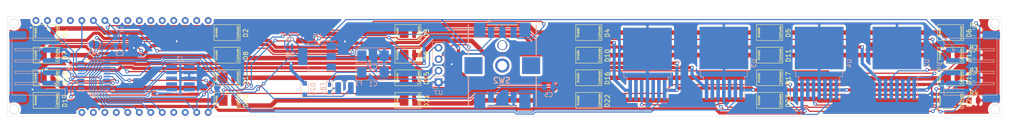
<source format=kicad_pcb>
(kicad_pcb (version 20171130) (host pcbnew "(5.1.6)-1")
  (layers (0 F.Cu signal) (31 B.Cu signal) (34 B.Paste user) (35 F.Paste user) (36 B.SilkS user) (37 F.SilkS user) (38 B.Mask user) (39 F.Mask user) (44 Edge.Cuts user))
  (net 0 "")
  (net 1 "Net-(D1-Pad2)")
  (net 2 "Net-(D1-Pad1)")
  (net 3 "Net-(D2-Pad1)")
  (net 4 "Net-(D3-Pad1)")
  (net 5 "Net-(D4-Pad1)")
  (net 6 "Net-(D10-Pad1)")
  (net 7 "Net-(D11-Pad1)")
  (net 8 "Net-(D12-Pad1)")
  (net 9 "Net-(D13-Pad1)")
  (net 10 "Net-(D10-Pad2)")
  (net 11 "Net-(D13-Pad2)")
  (net 12 "Net-(D19-Pad2)")
  (net 13 "Net-(D7-Pad2)")
  (net 14 "Net-(D7-Pad1)")
  (net 15 "Net-(D19-Pad1)")
  (net 16 "Net-(D5-Pad1)")
  (net 17 "Net-(D6-Pad1)")
  (net 18 "Net-(D8-Pad1)")
  (net 19 "Net-(D14-Pad1)")
  (net 20 "Net-(D15-Pad1)")
  (net 21 "Net-(D16-Pad1)")
  (net 22 "Net-(D17-Pad1)")
  (net 23 "Net-(D18-Pad1)")
  (net 24 "Net-(D20-Pad1)")
  (net 25 "Net-(D21-Pad1)")
  (net 26 "Net-(D22-Pad1)")
  (net 27 "Net-(D23-Pad1)")
  (net 28 "Net-(D24-Pad1)")
  (net 29 VDC)
  (net 30 SWD-GND)
  (net 31 UC-pwm1)
  (net 32 UC-pwm2)
  (net 33 UC-pwm3)
  (net 34 UC-pwm4)
  (net 35 SWD-SWCLK)
  (net 36 SWD-SWIO)
  (net 37 nRESET)
  (net 38 i2c-addr)
  (net 39 "Net-(C1-Pad1)")
  (net 40 I2c-SDA)
  (net 41 "Net-(F1-Pad2)")
  (net 42 I2c-SCL)
  (net 43 "Net-(D25-Pad1)")
  (net 44 +3.3V)
  (net 45 Enc-A)
  (net 46 Enc-B)
  (net 47 Enc-bt1)
  (module Rotary_Encoder:EC11J1524413 (layer B.Cu) (at 149.5 90.8)
    (fp_text reference SW2 (at -0.108 3.29) (layer B.SilkS) (effects (font (size 1.27 1.27) (thickness 0.254)) (justify mirror)))
    (fp_text value Rotary_Encoder_Switch hide)
    (pad 3 thru_hole circle (at 0 -4.5) (size 2.2 2.2) (drill oval 1.6 1.9) (layers *.Cu *.Mask))
    (pad A smd rect (at -2.5 -7.3) (size 1.3 2.4) (layers B.Cu B.Paste B.Mask) (net 45 Enc-A))
    (pad B smd rect (at 2.5 -7.3) (size 1.3 2.4) (layers B.Cu B.Paste B.Mask) (net 46 Enc-B))
    (pad C smd rect (at 0 -7.3) (size 1.3 2.4) (layers B.Cu B.Paste B.Mask) (net 30 SWD-GND))
    (pad S1 smd rect (at -2.5 7) (size 1.3 2.4) (layers B.Cu B.Paste B.Mask) (net 47 Enc-bt1))
    (pad S2 smd rect (at 2.5 7) (size 1.3 2.4) (layers B.Cu B.Paste B.Mask) (net 30 SWD-GND))
    (pad 6 smd rect (at 5 7.9) (size 2.5 3.2) (layers B.Cu B.Paste B.Mask))
    (pad 7 smd rect (at 6.375 0 270) (size 3.75 4) (layers B.Cu B.Paste B.Mask))
    (pad 8 smd rect (at 5 -7.9) (size 2.5 3.2) (layers B.Cu B.Paste B.Mask))
    (pad 9 smd rect (at -5 -7.9) (size 2.5 3.2) (layers B.Cu B.Paste B.Mask))
    (pad 10 smd rect (at -6.375 0 270) (size 3.75 4) (layers B.Cu B.Paste B.Mask))
    (pad 11 smd rect (at -5 7.9) (size 2.5 3.2) (layers B.Cu B.Paste B.Mask))
    (pad 12 thru_hole circle (at 0 0) (size 3.15 3.15) (drill 2.1) (layers *.Cu *.Mask))
  )
  (module Adafruit_FeatherWing:PCB_FeatherWing (layer B.Cu) (at 65.4 91)
    (fp_text reference A1)
    (fp_text value Particle_Boron)
    (pad NC thru_hole circle (at 19.05 -10.16) (size 1.524 1.524) (drill 0.762) (layers *.Cu *.Mask))
    (pad TX thru_hole circle (at 16.51 -10.16) (size 1.524 1.524) (drill 0.762) (layers *.Cu *.Mask))
    (pad RX thru_hole circle (at 13.97 -10.16) (size 1.524 1.524) (drill 0.762) (layers *.Cu *.Mask))
    (pad MI thru_hole circle (at 11.43 -10.16) (size 1.524 1.524) (drill 0.762) (layers *.Cu *.Mask))
    (pad MO thru_hole circle (at 8.89 -10.16) (size 1.524 1.524) (drill 0.762) (layers *.Cu *.Mask))
    (pad SCK thru_hole circle (at 6.35 -10.16) (size 1.524 1.524) (drill 0.762) (layers *.Cu *.Mask))
    (pad A5 thru_hole circle (at 3.81 -10.16) (size 1.524 1.524) (drill 0.762) (layers *.Cu *.Mask))
    (pad A4 thru_hole circle (at 1.27 -10.16) (size 1.524 1.524) (drill 0.762) (layers *.Cu *.Mask))
    (pad A3 thru_hole circle (at -1.27 -10.16) (size 1.524 1.524) (drill 0.762) (layers *.Cu *.Mask))
    (pad A2 thru_hole circle (at -3.81 -10.16) (size 1.524 1.524) (drill 0.762) (layers *.Cu *.Mask) (net 45 Enc-A))
    (pad A1 thru_hole circle (at -6.35 -10.16) (size 1.524 1.524) (drill 0.762) (layers *.Cu *.Mask) (net 46 Enc-B))
    (pad A0 thru_hole circle (at -8.89 -10.16) (size 1.524 1.524) (drill 0.762) (layers *.Cu *.Mask) (net 47 Enc-bt1))
    (pad MD thru_hole circle (at -13.97 -10.16) (size 1.524 1.524) (drill 0.762) (layers *.Cu *.Mask))
    (pad RESET thru_hole circle (at -19.05 -10.16) (size 1.524 1.524) (drill 0.762) (layers *.Cu *.Mask))
    (pad SDA thru_hole circle (at 19.05 10.16) (size 1.524 1.524) (drill 0.762) (layers *.Cu *.Mask) (net 40 I2c-SDA))
    (pad SCL thru_hole circle (at 16.51 10.16) (size 1.524 1.524) (drill 0.762) (layers *.Cu *.Mask) (net 42 I2c-SCL))
    (pad D2 thru_hole circle (at 13.97 10.16) (size 1.524 1.524) (drill 0.762) (layers *.Cu *.Mask))
    (pad D3 thru_hole circle (at 11.43 10.16) (size 1.524 1.524) (drill 0.762) (layers *.Cu *.Mask))
    (pad D4 thru_hole circle (at 8.89 10.16) (size 1.524 1.524) (drill 0.762) (layers *.Cu *.Mask) (net 34 UC-pwm4))
    (pad D5 thru_hole circle (at 6.35 10.16) (size 1.524 1.524) (drill 0.762) (layers *.Cu *.Mask) (net 33 UC-pwm3))
    (pad D6 thru_hole circle (at 3.81 10.16) (size 1.524 1.524) (drill 0.762) (layers *.Cu *.Mask) (net 32 UC-pwm2))
    (pad D7 thru_hole circle (at 1.27 10.16) (size 1.524 1.524) (drill 0.762) (layers *.Cu *.Mask) (net 31 UC-pwm1))
    (pad D8 thru_hole circle (at -1.27 10.16) (size 1.524 1.524) (drill 0.762) (layers *.Cu *.Mask))
    (pad VUSB thru_hole circle (at -3.81 10.16) (size 1.524 1.524) (drill 0.762) (layers *.Cu *.Mask))
    (pad EN thru_hole circle (at -6.35 10.16) (size 1.524 1.524) (drill 0.762) (layers *.Cu *.Mask))
    (pad LI+ thru_hole circle (at -8.89 10.16) (size 1.524 1.524) (drill 0.762) (layers *.Cu *.Mask))
    (pad 3V3 thru_hole circle (at -16.51 -10.16) (size 1.524 1.524) (drill 0.762) (layers *.Cu *.Mask) (net 44 +3.3V))
    (pad GND thru_hole circle (at -11.43 -10.16) (size 1.524 1.524) (drill 0.762) (layers *.Cu *.Mask))
  )
  (module Package_TO_SOT_SMD:TO-263-7_TabPin4 (layer B.Cu) (at 219.6 90.3 90)
    (fp_text reference U4 (at 0 6.65 90) (layer B.SilkS) (effects (justify mirror)))
    (fp_text value TLE4309)
    (pad 1 smd rect (at -5.775 3.81 90) (size 4.6 0.8) (layers B.Cu B.Paste B.Mask) (net 29 VDC))
    (pad 2 smd rect (at -5.775 2.54 90) (size 4.6 0.8) (layers B.Cu B.Paste B.Mask) (net 34 UC-pwm4))
    (pad 3 smd rect (at -5.775 1.27 90) (size 4.6 0.8) (layers B.Cu B.Paste B.Mask))
    (pad 4 smd rect (at -5.775 0 90) (size 4.6 0.8) (layers B.Cu B.Paste B.Mask) (net 30 SWD-GND))
    (pad 5 smd rect (at -5.775 -1.27 90) (size 4.6 0.8) (layers B.Cu B.Paste B.Mask) (net 28 "Net-(D24-Pad1)"))
    (pad 6 smd rect (at -5.775 -2.54 90) (size 4.6 0.8) (layers B.Cu B.Paste B.Mask))
    (pad 7 smd rect (at -5.775 -3.81 90) (size 4.6 0.8) (layers B.Cu B.Paste B.Mask) (net 12 "Net-(D19-Pad2)"))
    (pad 4 smd rect (at 3.375 0 90) (size 9.4 10.8) (layers B.Cu B.Mask) (net 30 SWD-GND))
  )
  (module Connector_JST:JST_XH_S4B-XH-A-1_1x04_P2.50mm_Horizontal-SMD (layer B.Cu) (at 251.2 87.3 270)
    (fp_text reference J4 (at 3.75 5.1 270) (layer B.SilkS) (effects (justify mirror)))
    (fp_text value Conn_01x04_Male)
    (pad 6 smd roundrect (at -3.2 -6.45 270) (size 1.9 3.9) (layers B.Cu B.Paste B.Mask))
    (pad 5 smd roundrect (at 10.7 -6.45 270) (size 1.9 3.9) (layers B.Cu B.Paste B.Mask))
    (pad 1 smd roundrect (at 0 1.3 270) (size 1.3 4.5) (layers B.Cu B.Paste B.Mask) (roundrect_rratio 0.147) (net 42 I2c-SCL))
    (pad 2 smd roundrect (at 2.5 1.3 270) (size 1.3 4.5) (layers B.Cu B.Paste B.Mask) (net 40 I2c-SDA))
    (pad 3 smd roundrect (at 5 1.3 270) (size 1.3 4.5) (layers B.Cu B.Paste B.Mask) (net 29 VDC))
    (pad 4 smd roundrect (at 7.5 1.3 270) (size 1.3 4.5) (layers B.Cu B.Paste B.Mask) (net 30 SWD-GND))
  )
  (module Package_TO_SOT_SMD:TO-263-7_TabPin4 (layer B.Cu) (at 181.6 90.5 90)
    (fp_text reference U1 (at 0 6.65 90) (layer B.SilkS) (effects (justify mirror)))
    (fp_text value TLE4309)
    (pad 1 smd rect (at -5.775 3.81 90) (size 4.6 0.8) (layers B.Cu B.Paste B.Mask) (net 29 VDC))
    (pad 2 smd rect (at -5.775 2.54 90) (size 4.6 0.8) (layers B.Cu B.Paste B.Mask) (net 31 UC-pwm1))
    (pad 3 smd rect (at -5.775 1.27 90) (size 4.6 0.8) (layers B.Cu B.Paste B.Mask))
    (pad 4 smd rect (at -5.775 0 90) (size 4.6 0.8) (layers B.Cu B.Paste B.Mask) (net 30 SWD-GND))
    (pad 5 smd rect (at -5.775 -1.27 90) (size 4.6 0.8) (layers B.Cu B.Paste B.Mask) (net 17 "Net-(D6-Pad1)"))
    (pad 6 smd rect (at -5.775 -2.54 90) (size 4.6 0.8) (layers B.Cu B.Paste B.Mask))
    (pad 7 smd rect (at -5.775 -3.81 90) (size 4.6 0.8) (layers B.Cu B.Paste B.Mask) (net 1 "Net-(D1-Pad2)"))
    (pad 4 smd rect (at 3.375 0 90) (size 9.4 10.8) (layers B.Cu B.Mask) (net 30 SWD-GND))
  )
  (module Capacitor_Tantalum_SMD:CP_EIA-6032-28_Kemet-C (layer B.Cu) (at 120.9 92.3)
    (fp_text reference C1 (at 0 2.55) (layer B.SilkS) (effects (justify mirror)))
    (fp_text value 10u)
    (pad 2 smd roundrect (at 2.4625 0) (size 2.075 2.35) (layers B.Cu B.Paste B.Mask) (roundrect_rratio 0.120482) (net 30 SWD-GND))
    (pad 1 smd roundrect (at -2.4625 0) (size 2.075 2.35) (layers B.Cu B.Paste B.Mask) (roundrect_rratio 0.120482) (net 39 "Net-(C1-Pad1)"))
  )
  (module Resistor_SMD:R_0402_1005Metric (layer B.Cu) (at 102.5 86.3 180)
    (fp_text reference R6 (at 0 1.17) (layer B.SilkS) (effects (justify mirror)))
    (fp_text value 4.7K)
    (pad 2 smd roundrect (at 0.485 0 180) (size 0.59 0.64) (layers B.Cu B.Paste B.Mask) (net 42 I2c-SCL))
    (pad 1 smd roundrect (at -0.485 0 180) (size 0.59 0.64) (layers B.Cu B.Paste B.Mask) (net 44 +3.3V))
  )
  (module Fuse:Fuse_1210_3225Metric (layer B.Cu) (at 114.6 95.8 180)
    (fp_text reference F1 (at -3.1 1.1) (layer B.SilkS) (effects (justify mirror)))
    (fp_text value 400mA)
    (pad 2 smd roundrect (at 1.4 0 180) (size 1.25 2.65) (layers B.Cu B.Paste B.Mask) (roundrect_rratio 0.2) (net 41 "Net-(F1-Pad2)"))
    (pad 1 smd roundrect (at -1.4 0 180) (size 1.25 2.65) (layers B.Cu B.Paste B.Mask) (roundrect_rratio 0.2) (net 43 "Net-(D25-Pad1)"))
  )
  (module Resistor_SMD:R_0402_1005Metric (layer B.Cu) (at 102.485 87.3)
    (fp_text reference R5 (at 0 1.17) (layer B.SilkS) (effects (justify mirror)))
    (fp_text value 4.7K)
    (pad 2 smd roundrect (at 0.485 0) (size 0.59 0.64) (layers B.Cu B.Paste B.Mask) (net 44 +3.3V))
    (pad 1 smd roundrect (at -0.485 0) (size 0.59 0.64) (layers B.Cu B.Paste B.Mask) (net 40 I2c-SDA))
  )
  (module Diode_SMD:D_SOD-323_HandSoldering (layer B.Cu) (at 105.8 96 90)
    (fp_text reference D25 (at 0 1.85 90) (layer B.SilkS) (effects (justify mirror)))
    (fp_text value D_Schottky)
    (pad 2 smd rect (at 1.25 0 90) (size 1 1) (layers B.Cu B.Paste B.Mask) (net 29 VDC))
    (pad 1 smd rect (at -1.25 0 90) (size 1 1) (layers B.Cu B.Paste B.Mask) (net 43 "Net-(D25-Pad1)"))
  )
  (module Package_TO_SOT_SMD:TO-263-7_TabPin4 (layer B.Cu) (at 198.5 90.3 90)
    (fp_text reference U3 (at 0 6.65 90) (layer B.SilkS) (effects (justify mirror)))
    (fp_text value TLE4309)
    (pad 1 smd rect (at -5.775 3.81 90) (size 4.6 0.8) (layers B.Cu B.Paste B.Mask) (net 29 VDC))
    (pad 2 smd rect (at -5.775 2.54 90) (size 4.6 0.8) (layers B.Cu B.Paste B.Mask) (net 33 UC-pwm3))
    (pad 3 smd rect (at -5.775 1.27 90) (size 4.6 0.8) (layers B.Cu B.Paste B.Mask))
    (pad 4 smd rect (at -5.775 0 90) (size 4.6 0.8) (layers B.Cu B.Paste B.Mask) (net 30 SWD-GND))
    (pad 5 smd rect (at -5.775 -1.27 90) (size 4.6 0.8) (layers B.Cu B.Paste B.Mask) (net 23 "Net-(D18-Pad1)"))
    (pad 6 smd rect (at -5.775 -2.54 90) (size 4.6 0.8) (layers B.Cu B.Paste B.Mask))
    (pad 7 smd rect (at -5.775 -3.81 90) (size 4.6 0.8) (layers B.Cu B.Paste B.Mask) (net 11 "Net-(D13-Pad2)"))
    (pad 4 smd rect (at 3.375 0 90) (size 9.4 10.8) (layers B.Cu B.Mask) (net 30 SWD-GND))
  )
  (module Capacitor_Tantalum_SMD:CP_EIA-6032-28_Kemet-C (layer B.Cu) (at 120.9 88.6)
    (fp_text reference C2 (at 0 2.55) (layer B.SilkS) (effects (justify mirror)))
    (fp_text value 10u)
    (pad 2 smd roundrect (at 2.4625 0) (size 2.075 2.35) (layers B.Cu B.Paste B.Mask) (roundrect_rratio 0.120482) (net 30 SWD-GND))
    (pad 1 smd roundrect (at -2.4625 0) (size 2.075 2.35) (layers B.Cu B.Paste B.Mask) (roundrect_rratio 0.120482) (net 44 +3.3V))
  )
  (module Capacitor_SMD:C_0805_2012Metric (layer B.Cu) (at 159.7625 95.6)
    (fp_text reference C5 (at 0 1.65) (layer B.SilkS) (effects (justify mirror)))
    (fp_text value C_Small)
    (pad 2 smd roundrect (at 0.9375 0) (size 0.975 1.4) (layers B.Cu B.Paste B.Mask) (net 30 SWD-GND))
    (pad 1 smd roundrect (at -0.9375 0) (size 0.975 1.4) (layers B.Cu B.Paste B.Mask) (net 47 Enc-bt1))
  )
  (module Capacitor_SMD:C_0805_2012Metric (layer B.Cu) (at 64.9 86.5)
    (fp_text reference C3 (at 0 1.65 180) (layer B.SilkS) (effects (justify mirror)))
    (fp_text value C_Small)
    (pad 2 smd roundrect (at 0.9375 0) (size 0.975 1.4) (layers B.Cu B.Paste B.Mask) (net 30 SWD-GND))
    (pad 1 smd roundrect (at -0.9375 0) (size 0.975 1.4) (layers B.Cu B.Paste B.Mask) (net 45 Enc-A))
  )
  (module Connector_PinHeader_2.54mm:PinHeader_1x04_P2.54mm_Vertical (layer B.Cu) (at 135.4 94.48)
    (fp_text reference U7 (at 0 2.33 180) (layer B.SilkS) (effects (justify mirror)))
    (fp_text value SSD1306)
    (pad 4 thru_hole oval (at 0 -7.62) (size 1.7 1.7) (drill 1) (layers *.Cu *.Mask) (net 40 I2c-SDA))
    (pad 3 thru_hole oval (at 0 -5.08) (size 1.7 1.7) (drill 1) (layers *.Cu *.Mask) (net 42 I2c-SCL))
    (pad 2 thru_hole oval (at 0 -2.54) (size 1.7 1.7) (drill 1) (layers *.Cu *.Mask) (net 44 +3.3V))
    (pad 1 thru_hole rect (at 0 0) (size 1.7 1.7) (drill 1) (layers *.Cu *.Mask) (net 30 SWD-GND))
  )
  (module Capacitor_SMD:C_0805_2012Metric (layer B.Cu) (at 64.9 84.5 180)
    (fp_text reference C4 (at 0 1.65 180) (layer B.SilkS) (effects (justify mirror)))
    (fp_text value C_Small)
    (pad 2 smd roundrect (at 0.9375 0 180) (size 0.975 1.4) (layers B.Cu B.Paste B.Mask) (net 46 Enc-B))
    (pad 1 smd roundrect (at -0.9375 0 180) (size 0.975 1.4) (layers B.Cu B.Paste B.Mask) (net 30 SWD-GND))
  )
  (module LED_SMD:Sunplus-35 (layer F.Cu) (at 210 83.5 270)
    (fp_text reference D5 (at 0.12 -2.75 90) (layer F.SilkS))
    (fp_text value LED)
    (fp_text user Cathode (at 0 -1 90) (layer F.SilkS) (effects (font (size 0.5 0.5) (thickness 0.1))))
    (fp_text user Anode (at 0 3.75 90) (layer F.SilkS) (effects (font (size 0.5 0.5) (thickness 0.1))))
    (pad 1 smd rect (at 0 0 90) (size 2.4 0.82) (layers F.Cu F.Paste F.Mask) (net 16 "Net-(D5-Pad1)"))
    (pad 2 smd rect (at 0 2.225 90) (size 2.4 1.93) (layers F.Cu F.Paste F.Mask) (net 5 "Net-(D4-Pad1)"))
  )
  (module LED_SMD:Sunplus-35 (layer F.Cu) (at 50 83.5 270)
    (fp_text reference D1 (at 0.12 -2.75 90) (layer F.SilkS))
    (fp_text value LED)
    (fp_text user Cathode (at 0 -1 90) (layer F.SilkS) (effects (font (size 0.5 0.5) (thickness 0.1))))
    (fp_text user Anode (at 0 3.75 90) (layer F.SilkS) (effects (font (size 0.5 0.5) (thickness 0.1))))
    (pad 1 smd rect (at 0 0 90) (size 2.4 0.82) (layers F.Cu F.Paste F.Mask) (net 2 "Net-(D1-Pad1)"))
    (pad 2 smd rect (at 0 2.225 90) (size 2.4 1.93) (layers F.Cu F.Paste F.Mask) (net 1 "Net-(D1-Pad2)"))
  )
  (module LED_SMD:Sunplus-35 (layer F.Cu) (at 90 88.5 270)
    (fp_text reference D8 (at 0.12 -2.75 90) (layer F.SilkS))
    (fp_text value LED)
    (fp_text user Cathode (at 0 -1 90) (layer F.SilkS) (effects (font (size 0.5 0.5) (thickness 0.1))))
    (fp_text user Anode (at 0 3.75 90) (layer F.SilkS) (effects (font (size 0.5 0.5) (thickness 0.1))))
    (pad 1 smd rect (at 0 0 90) (size 2.4 0.82) (layers F.Cu F.Paste F.Mask) (net 18 "Net-(D8-Pad1)"))
    (pad 2 smd rect (at 0 2.225 90) (size 2.4 1.93) (layers F.Cu F.Paste F.Mask) (net 14 "Net-(D7-Pad1)"))
  )
  (module LED_SMD:Sunplus-35 (layer F.Cu) (at 170 93.5 270)
    (fp_text reference D16 (at 0.12 -2.75 90) (layer F.SilkS))
    (fp_text value LED)
    (fp_text user Cathode (at 0 -1 90) (layer F.SilkS) (effects (font (size 0.5 0.5) (thickness 0.1))))
    (fp_text user Anode (at 0 3.75 90) (layer F.SilkS) (effects (font (size 0.5 0.5) (thickness 0.1))))
    (pad 1 smd rect (at 0 0 90) (size 2.4 0.82) (layers F.Cu F.Paste F.Mask) (net 21 "Net-(D16-Pad1)"))
    (pad 2 smd rect (at 0 2.225 90) (size 2.4 1.93) (layers F.Cu F.Paste F.Mask) (net 20 "Net-(D15-Pad1)"))
  )
  (module LED_SMD:Sunplus-35 (layer F.Cu) (at 90 93.5 270)
    (fp_text reference D14 (at 0.12 -2.75 90) (layer F.SilkS))
    (fp_text value LED)
    (fp_text user Cathode (at 0 -1 90) (layer F.SilkS) (effects (font (size 0.5 0.5) (thickness 0.1))))
    (fp_text user Anode (at 0 3.75 90) (layer F.SilkS) (effects (font (size 0.5 0.5) (thickness 0.1))))
    (pad 1 smd rect (at 0 0 90) (size 2.4 0.82) (layers F.Cu F.Paste F.Mask) (net 19 "Net-(D14-Pad1)"))
    (pad 2 smd rect (at 0 2.225 90) (size 2.4 1.93) (layers F.Cu F.Paste F.Mask) (net 9 "Net-(D13-Pad1)"))
  )
  (module LED_SMD:Sunplus-35 (layer F.Cu) (at 90 83.5 270)
    (fp_text reference D2 (at 0.12 -2.75 90) (layer F.SilkS))
    (fp_text value LED)
    (fp_text user Cathode (at 0 -1 90) (layer F.SilkS) (effects (font (size 0.5 0.5) (thickness 0.1))))
    (fp_text user Anode (at 0 3.75 90) (layer F.SilkS) (effects (font (size 0.5 0.5) (thickness 0.1))))
    (pad 1 smd rect (at 0 0 90) (size 2.4 0.82) (layers F.Cu F.Paste F.Mask) (net 3 "Net-(D2-Pad1)"))
    (pad 2 smd rect (at 0 2.225 90) (size 2.4 1.93) (layers F.Cu F.Paste F.Mask) (net 2 "Net-(D1-Pad1)"))
  )
  (module LED_SMD:Sunplus-35 (layer F.Cu) (at 130 88.5 270)
    (fp_text reference D9 (at 0.12 -2.75 90) (layer F.SilkS))
    (fp_text value LED)
    (fp_text user Cathode (at 0 -1 90) (layer F.SilkS) (effects (font (size 0.5 0.5) (thickness 0.1))))
    (fp_text user Anode (at 0 3.75 90) (layer F.SilkS) (effects (font (size 0.5 0.5) (thickness 0.1))))
    (pad 1 smd rect (at 0 0 90) (size 2.4 0.82) (layers F.Cu F.Paste F.Mask) (net 10 "Net-(D10-Pad2)"))
    (pad 2 smd rect (at 0 2.225 90) (size 2.4 1.93) (layers F.Cu F.Paste F.Mask) (net 18 "Net-(D8-Pad1)"))
  )
  (module Resistor_SMD:R_0805_2012Metric (layer F.Cu) (at 253.8 93.5)
    (fp_text reference R3 (at 0 -1.65) (layer F.SilkS))
    (fp_text value R_Small)
    (pad 2 smd roundrect (at 0.9375 0) (size 0.975 1.4) (layers F.Cu F.Paste F.Mask) (net 30 SWD-GND))
    (pad 1 smd roundrect (at -0.9375 0) (size 0.975 1.4) (layers F.Cu F.Paste F.Mask) (net 23 "Net-(D18-Pad1)"))
  )
  (module LED_SMD:Sunplus-35 (layer F.Cu) (at 130 93.5 270)
    (fp_text reference D15 (at 0.12 -2.75 90) (layer F.SilkS))
    (fp_text value LED)
    (fp_text user Cathode (at 0 -1 90) (layer F.SilkS) (effects (font (size 0.5 0.5) (thickness 0.1))))
    (fp_text user Anode (at 0 3.75 90) (layer F.SilkS) (effects (font (size 0.5 0.5) (thickness 0.1))))
    (pad 1 smd rect (at 0 0 90) (size 2.4 0.82) (layers F.Cu F.Paste F.Mask) (net 20 "Net-(D15-Pad1)"))
    (pad 2 smd rect (at 0 2.225 90) (size 2.4 1.93) (layers F.Cu F.Paste F.Mask) (net 19 "Net-(D14-Pad1)"))
  )
  (module Resistor_SMD:R_0805_2012Metric (layer F.Cu) (at 253.8 88.5)
    (fp_text reference R2 (at 0 -1.65 180) (layer F.SilkS))
    (fp_text value R_Small)
    (pad 2 smd roundrect (at 0.9375 0) (size 0.975 1.4) (layers F.Cu F.Paste F.Mask) (net 30 SWD-GND))
    (pad 1 smd roundrect (at -0.9375 0) (size 0.975 1.4) (layers F.Cu F.Paste F.Mask) (net 8 "Net-(D12-Pad1)"))
  )
  (module LED_SMD:Sunplus-35 (layer F.Cu) (at 170 88.5 270)
    (fp_text reference D10 (at 0.12 -2.75 90) (layer F.SilkS))
    (fp_text value LED)
    (fp_text user Cathode (at 0 -1 90) (layer F.SilkS) (effects (font (size 0.5 0.5) (thickness 0.1))))
    (fp_text user Anode (at 0 3.75 90) (layer F.SilkS) (effects (font (size 0.5 0.5) (thickness 0.1))))
    (pad 1 smd rect (at 0 0 90) (size 2.4 0.82) (layers F.Cu F.Paste F.Mask) (net 6 "Net-(D10-Pad1)"))
    (pad 2 smd rect (at 0 2.225 90) (size 2.4 1.93) (layers F.Cu F.Paste F.Mask) (net 10 "Net-(D10-Pad2)"))
  )
  (module Resistor_SMD:R_0805_2012Metric (layer F.Cu) (at 253.8 98.5)
    (fp_text reference R4 (at 0 -1.65) (layer F.SilkS))
    (fp_text value R_Small)
    (pad 2 smd roundrect (at 0.9375 0) (size 0.975 1.4) (layers F.Cu F.Paste F.Mask) (net 30 SWD-GND))
    (pad 1 smd roundrect (at -0.9375 0) (size 0.975 1.4) (layers F.Cu F.Paste F.Mask) (net 28 "Net-(D24-Pad1)"))
  )
  (module LED_SMD:Sunplus-35 (layer F.Cu) (at 250 88.5 270)
    (fp_text reference D12 (at 0.12 -2.75 90) (layer F.SilkS))
    (fp_text value LED)
    (fp_text user Cathode (at 0 -1 90) (layer F.SilkS) (effects (font (size 0.5 0.5) (thickness 0.1))))
    (fp_text user Anode (at 0 3.75 90) (layer F.SilkS) (effects (font (size 0.5 0.5) (thickness 0.1))))
    (pad 1 smd rect (at 0 0 90) (size 2.4 0.82) (layers F.Cu F.Paste F.Mask) (net 8 "Net-(D12-Pad1)"))
    (pad 2 smd rect (at 0 2.225 90) (size 2.4 1.93) (layers F.Cu F.Paste F.Mask) (net 7 "Net-(D11-Pad1)"))
  )
  (module LED_SMD:Sunplus-35 (layer F.Cu) (at 250 83.5 270)
    (fp_text reference D6 (at 0.12 -2.75 90) (layer F.SilkS))
    (fp_text value LED)
    (fp_text user Cathode (at 0 -1 90) (layer F.SilkS) (effects (font (size 0.5 0.5) (thickness 0.1))))
    (fp_text user Anode (at 0 3.75 90) (layer F.SilkS) (effects (font (size 0.5 0.5) (thickness 0.1))))
    (pad 1 smd rect (at 0 0 90) (size 2.4 0.82) (layers F.Cu F.Paste F.Mask) (net 17 "Net-(D6-Pad1)"))
    (pad 2 smd rect (at 0 2.225 90) (size 2.4 1.93) (layers F.Cu F.Paste F.Mask) (net 16 "Net-(D5-Pad1)"))
  )
  (module LED_SMD:Sunplus-35 (layer F.Cu) (at 130 83.5 270)
    (fp_text reference D3 (at 0.12 -2.75 90) (layer F.SilkS))
    (fp_text value LED)
    (fp_text user Cathode (at 0 -1 90) (layer F.SilkS) (effects (font (size 0.5 0.5) (thickness 0.1))))
    (fp_text user Anode (at 0 3.75 90) (layer F.SilkS) (effects (font (size 0.5 0.5) (thickness 0.1))))
    (pad 1 smd rect (at 0 0 90) (size 2.4 0.82) (layers F.Cu F.Paste F.Mask) (net 4 "Net-(D3-Pad1)"))
    (pad 2 smd rect (at 0 2.225 90) (size 2.4 1.93) (layers F.Cu F.Paste F.Mask) (net 3 "Net-(D2-Pad1)"))
  )
  (module LED_SMD:Sunplus-35 (layer F.Cu) (at 210 88.5 270)
    (fp_text reference D11 (at 0.12 -2.75 90) (layer F.SilkS))
    (fp_text value LED)
    (fp_text user Cathode (at 0 -1 90) (layer F.SilkS) (effects (font (size 0.5 0.5) (thickness 0.1))))
    (fp_text user Anode (at 0 3.75 90) (layer F.SilkS) (effects (font (size 0.5 0.5) (thickness 0.1))))
    (pad 1 smd rect (at 0 0 90) (size 2.4 0.82) (layers F.Cu F.Paste F.Mask) (net 7 "Net-(D11-Pad1)"))
    (pad 2 smd rect (at 0 2.225 90) (size 2.4 1.93) (layers F.Cu F.Paste F.Mask) (net 6 "Net-(D10-Pad1)"))
  )
  (module LED_SMD:Sunplus-35 (layer F.Cu) (at 50 93.5 270)
    (fp_text reference D13 (at 0.12 -2.75 90) (layer F.SilkS))
    (fp_text value LED)
    (fp_text user Cathode (at 0 -1 90) (layer F.SilkS) (effects (font (size 0.5 0.5) (thickness 0.1))))
    (fp_text user Anode (at 0 3.75 90) (layer F.SilkS) (effects (font (size 0.5 0.5) (thickness 0.1))))
    (pad 1 smd rect (at 0 0 90) (size 2.4 0.82) (layers F.Cu F.Paste F.Mask) (net 9 "Net-(D13-Pad1)"))
    (pad 2 smd rect (at 0 2.225 90) (size 2.4 1.93) (layers F.Cu F.Paste F.Mask) (net 11 "Net-(D13-Pad2)"))
  )
  (module LED_SMD:Sunplus-35 (layer F.Cu) (at 50 88.5 270)
    (fp_text reference D7 (at 0.12 -2.75 90) (layer F.SilkS))
    (fp_text value LED)
    (fp_text user Cathode (at 0 -1 90) (layer F.SilkS) (effects (font (size 0.5 0.5) (thickness 0.1))))
    (fp_text user Anode (at 0 3.75 90) (layer F.SilkS) (effects (font (size 0.5 0.5) (thickness 0.1))))
    (pad 1 smd rect (at 0 0 90) (size 2.4 0.82) (layers F.Cu F.Paste F.Mask) (net 14 "Net-(D7-Pad1)"))
    (pad 2 smd rect (at 0 2.225 90) (size 2.4 1.93) (layers F.Cu F.Paste F.Mask) (net 13 "Net-(D7-Pad2)"))
  )
  (module Resistor_SMD:R_0805_2012Metric (layer F.Cu) (at 253.8 83.5)
    (fp_text reference R1 (at 0 -1.65 180) (layer F.SilkS))
    (fp_text value R_Small)
    (pad 2 smd roundrect (at 0.9375 0) (size 0.975 1.4) (layers F.Cu F.Paste F.Mask) (net 30 SWD-GND))
    (pad 1 smd roundrect (at -0.9375 0) (size 0.975 1.4) (layers F.Cu F.Paste F.Mask) (net 17 "Net-(D6-Pad1)"))
  )
  (module LED_SMD:Sunplus-35 (layer F.Cu) (at 170 98.5 270)
    (fp_text reference D22 (at 0.12 -2.75 90) (layer F.SilkS))
    (fp_text value LED)
    (fp_text user Cathode (at 0 -1 90) (layer F.SilkS) (effects (font (size 0.5 0.5) (thickness 0.1))))
    (fp_text user Anode (at 0 3.75 90) (layer F.SilkS) (effects (font (size 0.5 0.5) (thickness 0.1))))
    (pad 1 smd rect (at 0 0 90) (size 2.4 0.82) (layers F.Cu F.Paste F.Mask) (net 26 "Net-(D22-Pad1)"))
    (pad 2 smd rect (at 0 2.225 90) (size 2.4 1.93) (layers F.Cu F.Paste F.Mask) (net 25 "Net-(D21-Pad1)"))
  )
  (module LED_SMD:Sunplus-35 (layer F.Cu) (at 50 98.5 270)
    (fp_text reference D19 (at 0.12 -2.75 90) (layer F.SilkS))
    (fp_text value LED)
    (fp_text user Cathode (at 0 -1 90) (layer F.SilkS) (effects (font (size 0.5 0.5) (thickness 0.1))))
    (fp_text user Anode (at 0 3.75 90) (layer F.SilkS) (effects (font (size 0.5 0.5) (thickness 0.1))))
    (pad 1 smd rect (at 0 0 90) (size 2.4 0.82) (layers F.Cu F.Paste F.Mask) (net 15 "Net-(D19-Pad1)"))
    (pad 2 smd rect (at 0 2.225 90) (size 2.4 1.93) (layers F.Cu F.Paste F.Mask) (net 12 "Net-(D19-Pad2)"))
  )
  (module LED_SMD:Sunplus-35 (layer F.Cu) (at 250 93.5 270)
    (fp_text reference D18 (at 0.12 -2.75 90) (layer F.SilkS))
    (fp_text value LED)
    (fp_text user Cathode (at 0 -1 90) (layer F.SilkS) (effects (font (size 0.5 0.5) (thickness 0.1))))
    (fp_text user Anode (at 0 3.75 90) (layer F.SilkS) (effects (font (size 0.5 0.5) (thickness 0.1))))
    (pad 1 smd rect (at 0 0 90) (size 2.4 0.82) (layers F.Cu F.Paste F.Mask) (net 23 "Net-(D18-Pad1)"))
    (pad 2 smd rect (at 0 2.225 90) (size 2.4 1.93) (layers F.Cu F.Paste F.Mask) (net 22 "Net-(D17-Pad1)"))
  )
  (module Connector_JST:JST_XH_S4B-XH-A-1_1x04_P2.50mm_Horizontal-SMD (layer B.Cu) (at 48.8 94.8 90)
    (fp_text reference J3 (at 3.75 5.1 90) (layer B.SilkS) (effects (justify mirror)))
    (fp_text value Conn_01x04_Male)
    (pad 4 smd roundrect (at 7.5 1.3 90) (size 1.3 4.5) (layers B.Cu B.Paste B.Mask) (net 30 SWD-GND))
    (pad 3 smd roundrect (at 5 1.3 90) (size 1.3 4.5) (layers B.Cu B.Paste B.Mask) (net 29 VDC))
    (pad 2 smd roundrect (at 2.5 1.3 90) (size 1.3 4.5) (layers B.Cu B.Paste B.Mask) (net 40 I2c-SDA))
    (pad 1 smd roundrect (at 0 1.3 90) (size 1.3 4.5) (layers B.Cu B.Paste B.Mask) (roundrect_rratio 0.147) (net 42 I2c-SCL))
    (pad 5 smd roundrect (at 10.7 -6.45 90) (size 1.9 3.9) (layers B.Cu B.Paste B.Mask))
    (pad 6 smd roundrect (at -3.2 -6.45 90) (size 1.9 3.9) (layers B.Cu B.Paste B.Mask))
  )
  (module LED_SMD:Sunplus-35 (layer F.Cu) (at 210 93.5 270)
    (fp_text reference D17 (at 0.12 -2.75 90) (layer F.SilkS))
    (fp_text value LED)
    (fp_text user Cathode (at 0 -1 90) (layer F.SilkS) (effects (font (size 0.5 0.5) (thickness 0.1))))
    (fp_text user Anode (at 0 3.75 90) (layer F.SilkS) (effects (font (size 0.5 0.5) (thickness 0.1))))
    (pad 1 smd rect (at 0 0 90) (size 2.4 0.82) (layers F.Cu F.Paste F.Mask) (net 22 "Net-(D17-Pad1)"))
    (pad 2 smd rect (at 0 2.225 90) (size 2.4 1.93) (layers F.Cu F.Paste F.Mask) (net 21 "Net-(D16-Pad1)"))
  )
  (module LED_SMD:Sunplus-35 (layer F.Cu) (at 250 98.5 270)
    (fp_text reference D24 (at 0.12 -2.75 90) (layer F.SilkS))
    (fp_text value LED)
    (fp_text user Cathode (at 0 -1 90) (layer F.SilkS) (effects (font (size 0.5 0.5) (thickness 0.1))))
    (fp_text user Anode (at 0 3.75 90) (layer F.SilkS) (effects (font (size 0.5 0.5) (thickness 0.1))))
    (pad 1 smd rect (at 0 0 90) (size 2.4 0.82) (layers F.Cu F.Paste F.Mask) (net 28 "Net-(D24-Pad1)"))
    (pad 2 smd rect (at 0 2.225 90) (size 2.4 1.93) (layers F.Cu F.Paste F.Mask) (net 27 "Net-(D23-Pad1)"))
  )
  (module Jumper:SolderJumper-2_P1.3mm_Open_RoundedPad1.0x1.5mm (layer B.Cu) (at 59.2 86.1)
    (fp_text reference SW1 (at 0 1.8) (layer B.SilkS) (effects (justify mirror)))
    (fp_text value SW-I2C)
    (pad 2 smd custom (at 0.65 0) (size 1 0.5) (layers B.Cu B.Mask) (net 30 SWD-GND) (options (clearance outline) (anchor rect)) (primitives (gr_circle (center 0 -0.25) (end 0.5 -0.25) (width 0)) (gr_circle (center 0 0.25) (end 0.5 0.25) (width 0)) (gr_poly (pts (xy 0 0.75) (xy -0.5 0.75) (xy -0.5 -0.75) (xy 0 -0.75)) (width 0))))
    (pad 1 smd custom (at -0.65 0) (size 1 0.5) (layers B.Cu B.Mask) (net 38 i2c-addr) (options (clearance outline) (anchor rect)) (primitives (gr_circle (center 0 -0.25) (end 0.5 -0.25) (width 0)) (gr_circle (center 0 0.25) (end 0.5 0.25) (width 0)) (gr_poly (pts (xy 0 0.75) (xy 0.5 0.75) (xy 0.5 -0.75) (xy 0 -0.75)) (width 0))))
  )
  (module Connector_PinHeader_1.27mm:PinHeader_2x05_P1.27mm_Vertical_SMD (layer B.Cu) (at 78.3 93.6 180)
    (fp_text reference J2 (at 0 4.235) (layer B.SilkS) (effects (justify mirror)))
    (fp_text value Conn_02x05_Odd_Even)
    (pad 1 smd rect (at -1.95 2.54 180) (size 2.4 0.74) (layers B.Cu B.Paste B.Mask))
    (pad 2 smd rect (at 1.95 2.54 180) (size 2.4 0.74) (layers B.Cu B.Paste B.Mask) (net 36 SWD-SWIO))
    (pad 3 smd rect (at -1.95 1.27 180) (size 2.4 0.74) (layers B.Cu B.Paste B.Mask) (net 30 SWD-GND))
    (pad 4 smd rect (at 1.95 1.27 180) (size 2.4 0.74) (layers B.Cu B.Paste B.Mask) (net 35 SWD-SWCLK))
    (pad 5 smd rect (at -1.95 0 180) (size 2.4 0.74) (layers B.Cu B.Paste B.Mask) (net 30 SWD-GND))
    (pad 6 smd rect (at 1.95 0 180) (size 2.4 0.74) (layers B.Cu B.Paste B.Mask))
    (pad 7 smd rect (at -1.95 -1.27 180) (size 2.4 0.74) (layers B.Cu B.Paste B.Mask))
    (pad 8 smd rect (at 1.95 -1.27 180) (size 2.4 0.74) (layers B.Cu B.Paste B.Mask))
    (pad 9 smd rect (at -1.95 -2.54 180) (size 2.4 0.74) (layers B.Cu B.Paste B.Mask))
    (pad 10 smd rect (at 1.95 -2.54 180) (size 2.4 0.74) (layers B.Cu B.Paste B.Mask) (net 37 nRESET))
  )
  (module LED_SMD:Sunplus-35 (layer F.Cu) (at 170 83.5 270)
    (fp_text reference D4 (at 0.12 -2.75 270) (layer F.SilkS))
    (fp_text value LED)
    (fp_text user Cathode (at 0 -1 270) (layer F.SilkS) (effects (font (size 0.5 0.5) (thickness 0.1))))
    (fp_text user Anode (at 0 3.75 270) (layer F.SilkS) (effects (font (size 0.5 0.5) (thickness 0.1))))
    (pad 1 smd rect (at 0 0 90) (size 2.4 0.82) (layers F.Cu F.Paste F.Mask) (net 5 "Net-(D4-Pad1)"))
    (pad 2 smd rect (at 0 2.225 90) (size 2.4 1.93) (layers F.Cu F.Paste F.Mask) (net 4 "Net-(D3-Pad1)"))
  )
  (module LED_SMD:Sunplus-35 (layer F.Cu) (at 210 98.5 270)
    (fp_text reference D23 (at 0.12 -2.75 90) (layer F.SilkS))
    (fp_text value LED)
    (fp_text user Cathode (at 0 -1 90) (layer F.SilkS) (effects (font (size 0.5 0.5) (thickness 0.1))))
    (fp_text user Anode (at 0 3.75 90) (layer F.SilkS) (effects (font (size 0.5 0.5) (thickness 0.1))))
    (pad 1 smd rect (at 0 0 90) (size 2.4 0.82) (layers F.Cu F.Paste F.Mask) (net 27 "Net-(D23-Pad1)"))
    (pad 2 smd rect (at 0 2.225 90) (size 2.4 1.93) (layers F.Cu F.Paste F.Mask) (net 26 "Net-(D22-Pad1)"))
  )
  (module LED_SMD:Sunplus-35 (layer F.Cu) (at 130 98.5 270)
    (fp_text reference D21 (at 0.12 -2.75 90) (layer F.SilkS))
    (fp_text value LED)
    (fp_text user Cathode (at 0 -1 90) (layer F.SilkS) (effects (font (size 0.5 0.5) (thickness 0.1))))
    (fp_text user Anode (at 0 3.75 90) (layer F.SilkS) (effects (font (size 0.5 0.5) (thickness 0.1))))
    (pad 1 smd rect (at 0 0 90) (size 2.4 0.82) (layers F.Cu F.Paste F.Mask) (net 25 "Net-(D21-Pad1)"))
    (pad 2 smd rect (at 0 2.225 90) (size 2.4 1.93) (layers F.Cu F.Paste F.Mask) (net 24 "Net-(D20-Pad1)"))
  )
  (module LED_SMD:Sunplus-35 (layer F.Cu) (at 90 98.5 270)
    (fp_text reference D20 (at 0.12 -2.75 90) (layer F.SilkS))
    (fp_text value LED)
    (fp_text user Cathode (at 0 -1 90) (layer F.SilkS) (effects (font (size 0.5 0.5) (thickness 0.1))))
    (fp_text user Anode (at 0 3.75 90) (layer F.SilkS) (effects (font (size 0.5 0.5) (thickness 0.1))))
    (pad 1 smd rect (at 0 0 90) (size 2.4 0.82) (layers F.Cu F.Paste F.Mask) (net 24 "Net-(D20-Pad1)"))
    (pad 2 smd rect (at 0 2.225 90) (size 2.4 1.93) (layers F.Cu F.Paste F.Mask) (net 15 "Net-(D19-Pad1)"))
  )
  (module Package_SO:TSSOP-20_4.4x6.5mm_P0.65mm (layer B.Cu) (at 59.2 92.9)
    (fp_text reference U6 (at 0 4.4) (layer B.SilkS) (effects (justify mirror)))
    (fp_text value STM32F030F4Px)
    (pad 1 smd roundrect (at -2.8625 2.925) (size 1.475 0.4) (layers B.Cu B.Paste B.Mask))
    (pad 2 smd roundrect (at -2.8625 2.275) (size 1.475 0.4) (layers B.Cu B.Paste B.Mask))
    (pad 3 smd roundrect (at -2.8625 1.625) (size 1.475 0.4) (layers B.Cu B.Paste B.Mask))
    (pad 4 smd roundrect (at -2.8625 0.975) (size 1.475 0.4) (layers B.Cu B.Paste B.Mask) (net 37 nRESET))
    (pad 5 smd roundrect (at -2.8625 0.325) (size 1.475 0.4) (layers B.Cu B.Paste B.Mask) (net 44 +3.3V))
    (pad 6 smd roundrect (at -2.8625 -0.325) (size 1.475 0.4) (layers B.Cu B.Paste B.Mask) (net 45 Enc-A))
    (pad 7 smd roundrect (at -2.8625 -0.975) (size 1.475 0.4) (layers B.Cu B.Paste B.Mask) (net 46 Enc-B))
    (pad 8 smd roundrect (at -2.8625 -1.625) (size 1.475 0.4) (layers B.Cu B.Paste B.Mask) (net 47 Enc-bt1))
    (pad 9 smd roundrect (at -2.8625 -2.275) (size 1.475 0.4) (layers B.Cu B.Paste B.Mask))
    (pad 10 smd roundrect (at -2.8625 -2.925) (size 1.475 0.4) (layers B.Cu B.Paste B.Mask) (net 38 i2c-addr))
    (pad 11 smd roundrect (at 2.8625 -2.925) (size 1.475 0.4) (layers B.Cu B.Paste B.Mask) (net 31 UC-pwm1))
    (pad 12 smd roundrect (at 2.8625 -2.275) (size 1.475 0.4) (layers B.Cu B.Paste B.Mask) (net 32 UC-pwm2))
    (pad 13 smd roundrect (at 2.8625 -1.625) (size 1.475 0.4) (layers B.Cu B.Paste B.Mask) (net 33 UC-pwm3))
    (pad 14 smd roundrect (at 2.8625 -0.975) (size 1.475 0.4) (layers B.Cu B.Paste B.Mask) (net 34 UC-pwm4))
    (pad 15 smd roundrect (at 2.8625 -0.325) (size 1.475 0.4) (layers B.Cu B.Paste B.Mask) (net 30 SWD-GND))
    (pad 16 smd roundrect (at 2.8625 0.325) (size 1.475 0.4) (layers B.Cu B.Paste B.Mask) (net 44 +3.3V))
    (pad 17 smd roundrect (at 2.8625 0.975) (size 1.475 0.4) (layers B.Cu B.Paste B.Mask) (net 42 I2c-SCL))
    (pad 18 smd roundrect (at 2.8625 1.625) (size 1.475 0.4) (layers B.Cu B.Paste B.Mask) (net 40 I2c-SDA))
    (pad 19 smd roundrect (at 2.8625 2.275) (size 1.475 0.4) (layers B.Cu B.Paste B.Mask) (net 36 SWD-SWIO))
    (pad 20 smd roundrect (at 2.8625 2.925) (size 1.475 0.4) (layers B.Cu B.Paste B.Mask) (net 35 SWD-SWCLK))
  )
  (module Ferrite_THT:fb-1,60mmx0,80mm (layer B.Cu) (at 109.4 95.9 270)
    (fp_text reference FB1 (at 0 -0.5 90) (layer B.SilkS) (effects (justify mirror)))
    (fp_text value "100ohm @ 100MHz")
    (pad 2 smd rect (at 0.79 -1.88 270) (size 0.95 0.7) (layers B.Cu B.Paste B.Mask) (net 41 "Net-(F1-Pad2)"))
    (pad 1 smd rect (at -0.86 -1.88 270) (size 0.95 0.7) (layers B.Cu B.Paste B.Mask) (net 39 "Net-(C1-Pad1)"))
  )
  (module Package_TO_SOT_SMD:SOT-223-3_TabPin2 (layer B.Cu) (at 108.5 88.8 180)
    (fp_text reference U5 (at 0 4.5) (layer B.SilkS) (effects (justify mirror)))
    (fp_text value AMS1117-3.3)
    (pad 1 smd rect (at -3.15 2.3 180) (size 2 1.5) (layers B.Cu B.Paste B.Mask) (net 30 SWD-GND))
    (pad 3 smd rect (at -3.15 -2.3 180) (size 2 1.5) (layers B.Cu B.Paste B.Mask) (net 39 "Net-(C1-Pad1)"))
    (pad 2 smd rect (at -3.15 0 180) (size 2 1.5) (layers B.Cu B.Paste B.Mask) (net 44 +3.3V))
    (pad 2 smd rect (at 3.15 0 180) (size 2 3.8) (layers B.Cu B.Paste B.Mask) (net 44 +3.3V))
  )
  (module Package_TO_SOT_SMD:TO-263-7_TabPin4 (layer B.Cu) (at 236.8 90.3 90)
    (fp_text reference U2 (at 0 6.65 90) (layer B.SilkS) (effects (justify mirror)))
    (fp_text value TLE4309)
    (pad 1 smd rect (at -5.775 3.81 90) (size 4.6 0.8) (layers B.Cu B.Paste B.Mask) (net 29 VDC))
    (pad 2 smd rect (at -5.775 2.54 90) (size 4.6 0.8) (layers B.Cu B.Paste B.Mask) (net 32 UC-pwm2))
    (pad 3 smd rect (at -5.775 1.27 90) (size 4.6 0.8) (layers B.Cu B.Paste B.Mask))
    (pad 4 smd rect (at -5.775 0 90) (size 4.6 0.8) (layers B.Cu B.Paste B.Mask) (net 30 SWD-GND))
    (pad 5 smd rect (at -5.775 -1.27 90) (size 4.6 0.8) (layers B.Cu B.Paste B.Mask) (net 8 "Net-(D12-Pad1)"))
    (pad 6 smd rect (at -5.775 -2.54 90) (size 4.6 0.8) (layers B.Cu B.Paste B.Mask))
    (pad 7 smd rect (at -5.775 -3.81 90) (size 4.6 0.8) (layers B.Cu B.Paste B.Mask) (net 13 "Net-(D7-Pad2)"))
    (pad 4 smd rect (at 3.375 0 90) (size 9.4 10.8) (layers B.Cu B.Mask) (net 30 SWD-GND))
  )
  (gr_circle (center 258.5 100.5) (end 259.51 100.5) (layer Edge.Cuts) (width 0.1))
  (gr_circle (center 258.5 81.5) (end 259.51 81.5) (layer Edge.Cuts) (width 0.1))
  (gr_circle (center 41.5 81.5) (end 42.51 81.5) (layer Edge.Cuts) (width 0.1))
  (gr_circle (center 41.5 100.5) (end 42.51 100.5) (layer Edge.Cuts) (width 0.1))
  (gr_line (start 260 102) (end 260 80) (layer Edge.Cuts) (width 0.05))
  (gr_line (start 40 102) (end 260 102) (layer Edge.Cuts) (width 0.05))
  (gr_line (start 40 80) (end 40 102) (layer Edge.Cuts) (width 0.05))
  (gr_line (start 260 80) (end 40 80) (layer Edge.Cuts) (width 0.05))
  (via (at 174.245658 85.750011) (size 0.8) (drill 0.4) (layers F.Cu B.Cu) (net 1))
  (segment (start 176.69 96.275) (end 174.245658 93.830658) (width 0.7) (layer B.Cu) (net 1))
  (segment (start 174.245658 93.830658) (end 174.245658 85.750011) (width 0.7) (layer B.Cu) (net 1))
  (segment (start 177.79 96.275) (end 176.69 96.275) (width 0.7) (layer B.Cu) (net 1))
  (segment (start 130.949599 85.700012) (end 131.0746 85.575011) (width 0.7) (layer F.Cu) (net 1))
  (segment (start 173.679973 85.750011) (end 174.245658 85.750011) (width 0.7) (layer F.Cu) (net 1))
  (segment (start 157.007755 85.750011) (end 173.679973 85.750011) (width 0.7) (layer F.Cu) (net 1))
  (segment (start 154.607724 83.349978) (end 157.007755 85.750011) (width 0.7) (layer F.Cu) (net 1))
  (segment (start 133.299633 83.349978) (end 154.607724 83.349978) (width 0.7) (layer F.Cu) (net 1))
  (segment (start 130.949599 85.700012) (end 133.299633 83.349978) (width 0.7) (layer F.Cu) (net 1))
  (segment (start 125.997168 85.850023) (end 126.147179 85.700012) (width 0.7) (layer F.Cu) (net 1))
  (segment (start 114.745709 86.750046) (end 115.645732 85.850023) (width 0.7) (layer F.Cu) (net 1))
  (segment (start 99.428855 86.750046) (end 114.745709 86.750046) (width 0.7) (layer F.Cu) (net 1))
  (segment (start 115.645732 85.850023) (end 125.997168 85.850023) (width 0.7) (layer F.Cu) (net 1))
  (segment (start 97.928811 85.250002) (end 99.428855 86.750046) (width 0.7) (layer F.Cu) (net 1))
  (segment (start 78.731455 85.250002) (end 97.928811 85.250002) (width 0.7) (layer F.Cu) (net 1))
  (segment (start 77.956452 84.474999) (end 78.731455 85.250002) (width 0.7) (layer F.Cu) (net 1))
  (segment (start 77.044798 84.474999) (end 77.956452 84.474999) (width 0.7) (layer F.Cu) (net 1))
  (segment (start 76.719807 84.79999) (end 77.044798 84.474999) (width 0.7) (layer F.Cu) (net 1))
  (segment (start 61.390949 84.79999) (end 76.719807 84.79999) (width 0.7) (layer F.Cu) (net 1))
  (segment (start 60.240958 83.649999) (end 61.390949 84.79999) (width 0.7) (layer F.Cu) (net 1))
  (segment (start 59.134939 83.649999) (end 60.240958 83.649999) (width 0.7) (layer F.Cu) (net 1))
  (segment (start 57.534937 85.250001) (end 59.134939 83.649999) (width 0.7) (layer F.Cu) (net 1))
  (segment (start 49.149999 85.250001) (end 57.534937 85.250001) (width 0.7) (layer F.Cu) (net 1))
  (segment (start 47.775 83.875002) (end 49.149999 85.250001) (width 0.7) (layer F.Cu) (net 1))
  (segment (start 47.775 83.5) (end 47.775 83.875002) (width 0.7) (layer F.Cu) (net 1))
  (segment (start 126.147179 85.700012) (end 130.949599 85.700012) (width 0.7) (layer F.Cu) (net 1))
  (segment (start 61.575898 83.5) (end 60.675886 82.599988) (width 1) (layer F.Cu) (net 2))
  (segment (start 50.900012 82.599988) (end 50 83.5) (width 1) (layer F.Cu) (net 2))
  (segment (start 60.675886 82.599988) (end 50.900012 82.599988) (width 1) (layer F.Cu) (net 2))
  (segment (start 87.775 83.5) (end 87.699988 83.424988) (width 1) (layer F.Cu) (net 2))
  (segment (start 87.699988 83.424988) (end 76.60987 83.424988) (width 1) (layer F.Cu) (net 2))
  (segment (start 76.534858 83.5) (end 61.575898 83.5) (width 1) (layer F.Cu) (net 2))
  (segment (start 76.60987 83.424988) (end 76.534858 83.5) (width 1) (layer F.Cu) (net 2))
  (segment (start 123.622032 83.800012) (end 109.629073 83.800012) (width 1) (layer F.Cu) (net 3))
  (segment (start 109.502957 83.673896) (end 109.348153 83.673896) (width 1) (layer F.Cu) (net 3))
  (segment (start 91.69766 83.21234) (end 91.41 83.5) (width 1) (layer F.Cu) (net 3))
  (segment (start 104.822928 83.137327) (end 104.747915 83.21234) (width 1) (layer F.Cu) (net 3))
  (segment (start 108.811584 83.137327) (end 104.822928 83.137327) (width 1) (layer F.Cu) (net 3))
  (segment (start 104.747915 83.21234) (end 91.69766 83.21234) (width 1) (layer F.Cu) (net 3))
  (segment (start 91.41 83.5) (end 90 83.5) (width 1) (layer F.Cu) (net 3))
  (segment (start 123.922044 83.5) (end 123.622032 83.800012) (width 1) (layer F.Cu) (net 3))
  (segment (start 109.348153 83.673896) (end 108.811584 83.137327) (width 1) (layer F.Cu) (net 3))
  (segment (start 109.629073 83.800012) (end 109.502957 83.673896) (width 1) (layer F.Cu) (net 3))
  (segment (start 127.775 83.5) (end 123.922044 83.5) (width 1) (layer F.Cu) (net 3))
  (segment (start 156.879094 83.5) (end 167.775 83.5) (width 1) (layer F.Cu) (net 4))
  (segment (start 155.22905 81.849956) (end 156.879094 83.5) (width 1) (layer F.Cu) (net 4))
  (segment (start 130 83.5) (end 131.650044 81.849956) (width 1) (layer F.Cu) (net 4))
  (segment (start 131.650044 81.849956) (end 155.22905 81.849956) (width 1) (layer F.Cu) (net 4))
  (segment (start 207.674999 83.600001) (end 207.775 83.5) (width 1.5) (layer F.Cu) (net 5))
  (segment (start 207.775 83.5) (end 170 83.5) (width 1) (layer F.Cu) (net 5))
  (segment (start 207.775 88.5) (end 170 88.5) (width 1) (layer F.Cu) (net 6))
  (segment (start 247.775 88.5) (end 210 88.5) (width 1) (layer F.Cu) (net 7))
  (segment (start 250 88.5) (end 252.8625 88.5) (width 1) (layer F.Cu) (net 8))
  (segment (start 235.53 93.525) (end 237.094022 91.960978) (width 0.25) (layer B.Cu) (net 8))
  (segment (start 250 89.95) (end 248.175001 91.774999) (width 0.25) (layer F.Cu) (net 8))
  (segment (start 243.46275 91.774999) (end 243.462741 91.77499) (width 0.25) (layer F.Cu) (net 8))
  (segment (start 237.094022 91.960978) (end 243.276753 91.960978) (width 0.25) (layer B.Cu) (net 8))
  (segment (start 250 88.5) (end 250 89.95) (width 0.25) (layer F.Cu) (net 8))
  (via (at 243.462741 91.77499) (size 0.8) (drill 0.4) (layers F.Cu B.Cu) (net 8))
  (segment (start 235.53 96.075) (end 235.53 93.525) (width 0.25) (layer B.Cu) (net 8))
  (segment (start 243.276753 91.960978) (end 243.462741 91.77499) (width 0.25) (layer B.Cu) (net 8))
  (segment (start 248.175001 91.774999) (end 243.46275 91.774999) (width 0.25) (layer F.Cu) (net 8))
  (segment (start 83.75827 95.77499) (end 63.917585 95.77499) (width 1) (layer F.Cu) (net 9))
  (segment (start 86.03326 93.5) (end 83.75827 95.77499) (width 1) (layer F.Cu) (net 9))
  (segment (start 62.853457 95.77499) (end 52.27499 95.77499) (width 1) (layer F.Cu) (net 9))
  (segment (start 87.775 93.5) (end 86.03326 93.5) (width 1) (layer F.Cu) (net 9))
  (segment (start 63.917585 95.77499) (end 63.913522 95.779053) (width 1) (layer F.Cu) (net 9))
  (segment (start 62.85752 95.779053) (end 62.853457 95.77499) (width 1) (layer F.Cu) (net 9))
  (segment (start 52.27499 95.77499) (end 50 93.5) (width 1) (layer F.Cu) (net 9))
  (segment (start 63.913522 95.779053) (end 62.85752 95.779053) (width 1) (layer F.Cu) (net 9))
  (segment (start 167.575 88.3) (end 167.775 88.5) (width 1) (layer F.Cu) (net 10))
  (segment (start 131.41 88.5) (end 134.600001 85.309999) (width 1) (layer F.Cu) (net 10))
  (segment (start 130 88.5) (end 131.41 88.5) (width 1) (layer F.Cu) (net 10))
  (segment (start 134.600001 85.309999) (end 142.709999 85.309999) (width 1) (layer F.Cu) (net 10))
  (segment (start 142.709999 85.309999) (end 145.7 88.3) (width 1) (layer F.Cu) (net 10))
  (segment (start 145.7 88.3) (end 167.575 88.3) (width 1) (layer F.Cu) (net 10))
  (segment (start 191.458557 92.843557) (end 191.458557 91.249989) (width 0.7) (layer B.Cu) (net 11))
  (segment (start 194.69 96.075) (end 191.458557 92.843557) (width 0.7) (layer B.Cu) (net 11))
  (via (at 191.458557 91.249989) (size 0.8) (drill 0.4) (layers F.Cu B.Cu) (net 11))
  (segment (start 47.775 93.265) (end 47.775 93.5) (width 0.7) (layer F.Cu) (net 11))
  (segment (start 60.801346 91.850035) (end 60.551311 91.6) (width 0.7) (layer F.Cu) (net 11))
  (segment (start 64.498654 91.850035) (end 60.801346 91.850035) (width 0.7) (layer F.Cu) (net 11))
  (segment (start 60.551311 91.6) (end 49.44 91.6) (width 0.7) (layer F.Cu) (net 11))
  (segment (start 67.656223 91.175043) (end 65.173646 91.175043) (width 0.7) (layer F.Cu) (net 11))
  (segment (start 72.849957 91.450043) (end 72.828614 91.4287) (width 0.7) (layer F.Cu) (net 11))
  (segment (start 86.120347 91.450043) (end 72.849957 91.450043) (width 0.7) (layer F.Cu) (net 11))
  (segment (start 49.44 91.6) (end 47.775 93.265) (width 0.7) (layer F.Cu) (net 11))
  (segment (start 86.2704 91.29999) (end 86.120347 91.450043) (width 0.7) (layer F.Cu) (net 11))
  (segment (start 130.94959 91.299981) (end 86.2704 91.29999) (width 0.7) (layer F.Cu) (net 11))
  (segment (start 67.90988 91.4287) (end 67.656223 91.175043) (width 0.7) (layer F.Cu) (net 11))
  (segment (start 72.828614 91.4287) (end 67.90988 91.4287) (width 0.7) (layer F.Cu) (net 11))
  (segment (start 65.173646 91.175043) (end 64.498654 91.850035) (width 0.7) (layer F.Cu) (net 11))
  (segment (start 130.94959 91.299981) (end 130.94959 91.299988) (width 0.7) (layer F.Cu) (net 11))
  (segment (start 130.949599 91.299988) (end 131.7 92.050389) (width 0.7) (layer F.Cu) (net 11))
  (segment (start 130.94959 91.299988) (end 130.949599 91.299988) (width 0.7) (layer F.Cu) (net 11))
  (segment (start 141.592806 95.880001) (end 142.772796 94.700011) (width 0.7) (layer F.Cu) (net 11))
  (segment (start 130.94959 91.299981) (end 132.6 92.950392) (width 0.7) (layer F.Cu) (net 11))
  (segment (start 134.109999 95.880001) (end 141.592806 95.880001) (width 0.7) (layer F.Cu) (net 11))
  (segment (start 190.892872 91.249989) (end 191.458557 91.249989) (width 0.7) (layer F.Cu) (net 11))
  (segment (start 163.575486 91.249989) (end 190.892872 91.249989) (width 0.7) (layer F.Cu) (net 11))
  (segment (start 160.125465 94.700011) (end 163.575486 91.249989) (width 0.7) (layer F.Cu) (net 11))
  (segment (start 142.772796 94.700011) (end 160.125465 94.700011) (width 0.7) (layer F.Cu) (net 11))
  (segment (start 132.6 94.370002) (end 134.109999 95.880001) (width 0.7) (layer F.Cu) (net 11))
  (segment (start 132.6 92.950392) (end 132.6 94.370002) (width 0.7) (layer F.Cu) (net 11))
  (segment (start 47.775 98.5) (end 47.775 98.265) (width 0.7) (layer F.Cu) (net 12))
  (segment (start 47.775 98.5) (end 47.775 98.735) (width 0.5) (layer F.Cu) (net 12))
  (via (at 216.395108 100.87499) (size 0.8) (drill 0.4) (layers F.Cu B.Cu) (net 12))
  (segment (start 215.79 100.269882) (end 216.395108 100.87499) (width 0.7) (layer B.Cu) (net 12))
  (segment (start 215.79 96.075) (end 215.79 100.269882) (width 0.7) (layer B.Cu) (net 12))
  (segment (start 98.82466 100.700024) (end 99.124684 100.4) (width 0.7) (layer F.Cu) (net 12))
  (segment (start 55.880239 99.847999) (end 85.967997 99.847999) (width 0.7) (layer F.Cu) (net 12))
  (segment (start 55.478237 100.250001) (end 55.880239 99.847999) (width 0.7) (layer F.Cu) (net 12))
  (segment (start 99.124684 100.4) (end 179.853998 100.4) (width 0.7) (layer F.Cu) (net 12))
  (segment (start 180.806002 100.4) (end 196.693998 100.4) (width 0.7) (layer F.Cu) (net 12))
  (segment (start 86.820022 100.700024) (end 98.82466 100.700024) (width 0.7) (layer F.Cu) (net 12))
  (segment (start 179.853998 100.4) (end 179.873999 100.420001) (width 0.7) (layer F.Cu) (net 12))
  (segment (start 197.568987 101.274989) (end 215.995109 101.274989) (width 0.7) (layer F.Cu) (net 12))
  (segment (start 49.290001 100.250001) (end 55.478237 100.250001) (width 0.7) (layer F.Cu) (net 12))
  (segment (start 47.775 98.735) (end 49.290001 100.250001) (width 0.7) (layer F.Cu) (net 12))
  (segment (start 85.967997 99.847999) (end 86.820022 100.700024) (width 0.7) (layer F.Cu) (net 12))
  (segment (start 179.873999 100.420001) (end 180.786001 100.420001) (width 0.7) (layer F.Cu) (net 12))
  (segment (start 180.786001 100.420001) (end 180.806002 100.4) (width 0.7) (layer F.Cu) (net 12))
  (segment (start 196.693998 100.4) (end 197.568987 101.274989) (width 0.7) (layer F.Cu) (net 12))
  (segment (start 215.995109 101.274989) (end 216.395108 100.87499) (width 0.7) (layer F.Cu) (net 12))
  (via (at 229.1 86.7) (size 0.8) (drill 0.4) (layers F.Cu B.Cu) (net 13))
  (segment (start 232.99 94.205002) (end 232.99 96.075) (width 0.7) (layer B.Cu) (net 13))
  (segment (start 229.1 90.315002) (end 232.99 94.205002) (width 0.7) (layer B.Cu) (net 13))
  (segment (start 229.1 86.7) (end 229.1 90.315002) (width 0.7) (layer B.Cu) (net 13))
  (segment (start 123.850179 86.828988) (end 123.871203 86.850012) (width 0.7) (layer F.Cu) (net 13))
  (segment (start 47.775 88.5) (end 47.775 88.265) (width 0.7) (layer F.Cu) (net 13))
  (segment (start 47.775 88.265) (end 49.439977 86.600023) (width 0.7) (layer F.Cu) (net 13))
  (segment (start 49.439977 86.600023) (end 57.395709 86.600023) (width 0.7) (layer F.Cu) (net 13))
  (segment (start 99.056059 87.650057) (end 115.118505 87.650057) (width 0.7) (layer F.Cu) (net 13))
  (segment (start 115.939574 86.828988) (end 123.850179 86.828988) (width 0.7) (layer F.Cu) (net 13))
  (segment (start 69.152532 88.428667) (end 70.025941 88.428667) (width 0.7) (layer F.Cu) (net 13))
  (segment (start 156.684951 86.700013) (end 228.534302 86.700013) (width 0.7) (layer F.Cu) (net 13))
  (segment (start 154.234927 84.249989) (end 156.684951 86.700013) (width 0.7) (layer F.Cu) (net 13))
  (segment (start 97.556015 86.150013) (end 99.056059 87.650057) (width 0.7) (layer F.Cu) (net 13))
  (segment (start 133.765073 84.249989) (end 154.234927 84.249989) (width 0.7) (layer F.Cu) (net 13))
  (segment (start 131.265063 86.749999) (end 133.765073 84.249989) (width 0.7) (layer F.Cu) (net 13))
  (segment (start 228.534315 86.7) (end 229.1 86.7) (width 0.7) (layer F.Cu) (net 13))
  (segment (start 126.369999 86.749999) (end 131.265063 86.749999) (width 0.7) (layer F.Cu) (net 13))
  (segment (start 126.269986 86.850012) (end 126.369999 86.749999) (width 0.7) (layer F.Cu) (net 13))
  (segment (start 60.105572 88.397882) (end 60.353452 88.150002) (width 0.7) (layer F.Cu) (net 13))
  (segment (start 228.534302 86.700013) (end 228.534315 86.7) (width 0.7) (layer F.Cu) (net 13))
  (segment (start 123.871203 86.850012) (end 126.269986 86.850012) (width 0.7) (layer F.Cu) (net 13))
  (segment (start 81.825013 86.375011) (end 82.050011 86.150013) (width 0.7) (layer F.Cu) (net 13))
  (segment (start 72.079597 86.375011) (end 81.825013 86.375011) (width 0.7) (layer F.Cu) (net 13))
  (segment (start 60.353452 88.150002) (end 68.873867 88.150002) (width 0.7) (layer F.Cu) (net 13))
  (segment (start 82.050011 86.150013) (end 97.556015 86.150013) (width 0.7) (layer F.Cu) (net 13))
  (segment (start 70.025941 88.428667) (end 72.079597 86.375011) (width 0.7) (layer F.Cu) (net 13))
  (segment (start 68.873867 88.150002) (end 69.152532 88.428667) (width 0.7) (layer F.Cu) (net 13))
  (segment (start 115.118505 87.650057) (end 115.939574 86.828988) (width 0.7) (layer F.Cu) (net 13))
  (segment (start 59.193568 88.397882) (end 60.105572 88.397882) (width 0.7) (layer F.Cu) (net 13))
  (segment (start 57.395709 86.600023) (end 59.193568 88.397882) (width 0.7) (layer F.Cu) (net 13))
  (segment (start 71.228116 88.750024) (end 87.524976 88.750024) (width 1) (layer F.Cu) (net 14))
  (segment (start 87.524976 88.750024) (end 87.775 88.5) (width 1) (layer F.Cu) (net 14))
  (segment (start 60.934078 89.225021) (end 68.463947 89.225021) (width 1) (layer F.Cu) (net 14))
  (segment (start 70.499462 89.478678) (end 71.228116 88.750024) (width 1) (layer F.Cu) (net 14))
  (segment (start 58.75864 89.447893) (end 60.711206 89.447893) (width 1) (layer F.Cu) (net 14))
  (segment (start 50 88.5) (end 57.810747 88.5) (width 1) (layer F.Cu) (net 14))
  (segment (start 57.810747 88.5) (end 58.75864 89.447893) (width 1) (layer F.Cu) (net 14))
  (segment (start 68.463947 89.225021) (end 68.717604 89.478678) (width 1) (layer F.Cu) (net 14))
  (segment (start 68.717604 89.478678) (end 70.499462 89.478678) (width 1) (layer F.Cu) (net 14))
  (segment (start 60.711206 89.447893) (end 60.934078 89.225021) (width 1) (layer F.Cu) (net 14))
  (segment (start 87.775 98.5) (end 54.916746 98.5) (width 1) (layer F.Cu) (net 15))
  (segment (start 54.592598 98.824148) (end 50.324148 98.824148) (width 1) (layer F.Cu) (net 15))
  (segment (start 54.916746 98.5) (end 54.592598 98.824148) (width 1) (layer F.Cu) (net 15))
  (segment (start 50.324148 98.824148) (end 50 98.5) (width 1) (layer F.Cu) (net 15))
  (segment (start 247.775 83.5) (end 210 83.5) (width 1) (layer F.Cu) (net 16))
  (segment (start 250 83.5) (end 252.8625 83.5) (width 1) (layer F.Cu) (net 17))
  (segment (start 180.33 96.275) (end 180.33 99.47) (width 0.25) (layer B.Cu) (net 17))
  (via (at 180.33 99.47) (size 0.8) (drill 0.4) (layers F.Cu B.Cu) (net 17))
  (via (at 246.4 101) (size 0.8) (drill 0.4) (layers F.Cu B.Cu) (net 17))
  (via (at 254.3 81.4) (size 0.8) (drill 0.4) (layers F.Cu B.Cu) (net 17))
  (segment (start 254.3 82.0625) (end 252.8625 83.5) (width 0.25) (layer F.Cu) (net 17))
  (segment (start 254.3 81.4) (end 254.3 82.0625) (width 0.25) (layer F.Cu) (net 17))
  (segment (start 255.125002 82.225002) (end 254.699999 81.799999) (width 0.25) (layer B.Cu) (net 17))
  (segment (start 255.125002 95.048002) (end 255.125002 82.225002) (width 0.25) (layer B.Cu) (net 17))
  (segment (start 254.699999 81.799999) (end 254.3 81.4) (width 0.25) (layer B.Cu) (net 17))
  (segment (start 249.173004 101) (end 255.125002 95.048002) (width 0.25) (layer B.Cu) (net 17))
  (segment (start 246.4 101) (end 249.173004 101) (width 0.25) (layer B.Cu) (net 17))
  (segment (start 198.574989 99.174989) (end 197.498038 99.174989) (width 0.25) (layer F.Cu) (net 17))
  (segment (start 199.425001 100.025001) (end 198.574989 99.174989) (width 0.25) (layer F.Cu) (net 17))
  (segment (start 197.498038 99.174989) (end 197.203027 99.47) (width 0.25) (layer F.Cu) (net 17))
  (segment (start 246.4 101) (end 246.3 101) (width 0.25) (layer F.Cu) (net 17))
  (segment (start 215.535685 100.025001) (end 199.425001 100.025001) (width 0.25) (layer F.Cu) (net 17))
  (segment (start 245.325001 100.025001) (end 217.254531 100.025001) (width 0.25) (layer F.Cu) (net 17))
  (segment (start 216.929509 99.699978) (end 215.860707 99.699978) (width 0.25) (layer F.Cu) (net 17))
  (segment (start 215.860707 99.699978) (end 215.535685 100.025001) (width 0.25) (layer F.Cu) (net 17))
  (segment (start 246.3 101) (end 245.325001 100.025001) (width 0.25) (layer F.Cu) (net 17))
  (segment (start 197.203027 99.47) (end 180.33 99.47) (width 0.25) (layer F.Cu) (net 17))
  (segment (start 217.254531 100.025001) (end 216.929509 99.699978) (width 0.25) (layer F.Cu) (net 17))
  (segment (start 127.775 88.5) (end 127.499999 88.775001) (width 1.5) (layer F.Cu) (net 18))
  (segment (start 91.41 88.5) (end 90 88.5) (width 1) (layer F.Cu) (net 18))
  (segment (start 92.060079 89.150079) (end 91.41 88.5) (width 1) (layer F.Cu) (net 18))
  (segment (start 127.124921 89.150079) (end 92.060079 89.150079) (width 1) (layer F.Cu) (net 18))
  (segment (start 127.775 88.5) (end 127.124921 89.150079) (width 1) (layer F.Cu) (net 18))
  (segment (start 127.775 93.5) (end 90 93.5) (width 1) (layer F.Cu) (net 19))
  (segment (start 160.746793 96.200033) (end 143.394124 96.200033) (width 1) (layer F.Cu) (net 20))
  (segment (start 143.394124 96.200033) (end 142.214134 97.380023) (width 1) (layer F.Cu) (net 20))
  (segment (start 163.446825 93.5) (end 160.746793 96.200033) (width 1) (layer F.Cu) (net 20))
  (segment (start 133.488671 97.380023) (end 130 93.891352) (width 1) (layer F.Cu) (net 20))
  (segment (start 167.775 93.5) (end 163.446825 93.5) (width 1) (layer F.Cu) (net 20))
  (segment (start 130 93.891352) (end 130 93.5) (width 1) (layer F.Cu) (net 20))
  (segment (start 142.214134 97.380023) (end 133.488671 97.380023) (width 1) (layer F.Cu) (net 20))
  (segment (start 207.775 93.5) (end 170 93.5) (width 1) (layer F.Cu) (net 21))
  (segment (start 247.649991 93.625009) (end 211.535009 93.625009) (width 1) (layer F.Cu) (net 22))
  (segment (start 247.775 93.5) (end 247.649991 93.625009) (width 1) (layer F.Cu) (net 22))
  (segment (start 211.535009 93.625009) (end 211.41 93.5) (width 1) (layer F.Cu) (net 22))
  (segment (start 211.41 93.5) (end 210 93.5) (width 1) (layer F.Cu) (net 22))
  (segment (start 250 93.5) (end 252.8625 93.5) (width 1) (layer F.Cu) (net 23))
  (via (at 245.5 96) (size 0.8) (drill 0.4) (layers F.Cu B.Cu) (net 23))
  (segment (start 250 94.025002) (end 250 93.5) (width 0.25) (layer F.Cu) (net 23))
  (segment (start 248.025002 96) (end 250 94.025002) (width 0.25) (layer F.Cu) (net 23))
  (segment (start 245.5 96) (end 248.025002 96) (width 0.25) (layer F.Cu) (net 23))
  (via (at 244.743401 100.92371) (size 0.8) (drill 0.4) (layers F.Cu B.Cu) (net 23))
  (segment (start 245.5 100.167111) (end 244.743401 100.92371) (width 0.25) (layer B.Cu) (net 23))
  (segment (start 245.5 96) (end 245.5 100.167111) (width 0.25) (layer B.Cu) (net 23))
  (segment (start 216.743109 100.149989) (end 216.047107 100.149989) (width 0.25) (layer F.Cu) (net 23))
  (segment (start 198.521038 100.574989) (end 197.84604 99.899991) (width 0.25) (layer F.Cu) (net 23))
  (segment (start 217.51683 100.92371) (end 216.743109 100.149989) (width 0.25) (layer F.Cu) (net 23))
  (via (at 197.84604 99.899991) (size 0.8) (drill 0.4) (layers F.Cu B.Cu) (net 23))
  (segment (start 244.743401 100.92371) (end 217.51683 100.92371) (width 0.25) (layer F.Cu) (net 23))
  (segment (start 215.622107 100.574989) (end 198.521038 100.574989) (width 0.25) (layer F.Cu) (net 23))
  (segment (start 197.23 96.075) (end 197.23 99.283951) (width 0.25) (layer B.Cu) (net 23))
  (segment (start 197.23 99.283951) (end 197.84604 99.899991) (width 0.25) (layer B.Cu) (net 23))
  (segment (start 216.047107 100.149989) (end 215.622107 100.574989) (width 0.25) (layer F.Cu) (net 23))
  (segment (start 99.539745 98.5) (end 98.389732 99.650013) (width 1) (layer F.Cu) (net 24))
  (segment (start 98.389732 99.650013) (end 91.150013 99.650013) (width 1) (layer F.Cu) (net 24))
  (segment (start 127.775 98.5) (end 99.539745 98.5) (width 1) (layer F.Cu) (net 24))
  (segment (start 91.150013 99.650013) (end 90 98.5) (width 1) (layer F.Cu) (net 24))
  (segment (start 143.427639 98.5) (end 142.752608 99.175031) (width 1) (layer F.Cu) (net 25))
  (segment (start 167.775 98.5) (end 143.427639 98.5) (width 1) (layer F.Cu) (net 25))
  (segment (start 142.752608 99.175031) (end 130.675031 99.175031) (width 1) (layer F.Cu) (net 25))
  (segment (start 130.675031 99.175031) (end 130 98.5) (width 1) (layer F.Cu) (net 25))
  (segment (start 207.775 98.5) (end 207.624978 98.349978) (width 1) (layer F.Cu) (net 26))
  (segment (start 170.130001 98.369999) (end 170 98.5) (width 1) (layer F.Cu) (net 26))
  (segment (start 196.183282 98.349978) (end 196.03326 98.5) (width 1) (layer F.Cu) (net 26))
  (segment (start 180.988002 98.5) (end 180.858001 98.369999) (width 1) (layer F.Cu) (net 26))
  (segment (start 180.858001 98.369999) (end 170.130001 98.369999) (width 1) (layer F.Cu) (net 26))
  (segment (start 207.624978 98.349978) (end 196.183282 98.349978) (width 1) (layer F.Cu) (net 26))
  (segment (start 196.03326 98.5) (end 180.988002 98.5) (width 1) (layer F.Cu) (net 26))
  (segment (start 219.243032 98.19999) (end 210.30001 98.19999) (width 1) (layer F.Cu) (net 27))
  (segment (start 247.775 98.5) (end 219.543042 98.5) (width 1) (layer F.Cu) (net 27))
  (segment (start 210.30001 98.19999) (end 210 98.5) (width 1) (layer F.Cu) (net 27))
  (segment (start 219.543042 98.5) (end 219.243032 98.19999) (width 1) (layer F.Cu) (net 27))
  (segment (start 252.8625 98.5) (end 250 98.5) (width 1) (layer F.Cu) (net 28))
  (segment (start 218.33 96.075) (end 218.33 98.91496) (width 0.25) (layer B.Cu) (net 28))
  (segment (start 249.880001 100.069999) (end 246.006409 100.069999) (width 0.25) (layer F.Cu) (net 28))
  (segment (start 250 99.95) (end 249.880001 100.069999) (width 0.25) (layer F.Cu) (net 28))
  (segment (start 218.965031 99.549991) (end 218.715031 99.299991) (width 0.25) (layer F.Cu) (net 28))
  (segment (start 246.006409 100.069999) (end 245.486401 99.549991) (width 0.25) (layer F.Cu) (net 28))
  (segment (start 245.486401 99.549991) (end 218.965031 99.549991) (width 0.25) (layer F.Cu) (net 28))
  (via (at 218.715031 99.299991) (size 0.8) (drill 0.4) (layers F.Cu B.Cu) (net 28))
  (segment (start 250 98.5) (end 250 99.95) (width 0.25) (layer F.Cu) (net 28))
  (segment (start 218.33 98.91496) (end 218.715031 99.299991) (width 0.25) (layer B.Cu) (net 28))
  (via (at 188.1 96.2) (size 0.8) (drill 0.4) (layers F.Cu B.Cu) (net 29))
  (segment (start 185.41 96.275) (end 188.025 96.275) (width 0.7) (layer B.Cu) (net 29))
  (segment (start 188.025 96.275) (end 188.1 96.2) (width 0.7) (layer B.Cu) (net 29))
  (via (at 205 96.2) (size 0.8) (drill 0.4) (layers F.Cu B.Cu) (net 29))
  (segment (start 202.435 96.2) (end 202.31 96.075) (width 0.7) (layer B.Cu) (net 29))
  (segment (start 205 96.2) (end 202.435 96.2) (width 0.7) (layer B.Cu) (net 29))
  (via (at 225.7 96.2) (size 0.8) (drill 0.4) (layers F.Cu B.Cu) (net 29))
  (segment (start 205 96.2) (end 225.7 96.2) (width 0.7) (layer F.Cu) (net 29))
  (segment (start 223.535 96.2) (end 223.41 96.075) (width 0.7) (layer B.Cu) (net 29))
  (segment (start 225.7 96.2) (end 223.535 96.2) (width 0.7) (layer B.Cu) (net 29))
  (via (at 243.4 96.2) (size 0.8) (drill 0.4) (layers F.Cu B.Cu) (net 29))
  (segment (start 225.7 96.2) (end 243.4 96.2) (width 0.7) (layer F.Cu) (net 29))
  (segment (start 240.735 96.2) (end 240.61 96.075) (width 0.7) (layer B.Cu) (net 29))
  (segment (start 243.4 96.2) (end 240.735 96.2) (width 0.7) (layer B.Cu) (net 29))
  (segment (start 247.3 92.3) (end 249.9 92.3) (width 0.7) (layer B.Cu) (net 29))
  (segment (start 243.4 96.2) (end 247.3 92.3) (width 0.7) (layer B.Cu) (net 29))
  (via (at 53.6 89.8) (size 0.8) (drill 0.4) (layers F.Cu B.Cu) (net 29))
  (segment (start 50.1 89.8) (end 53.6 89.8) (width 0.7) (layer B.Cu) (net 29))
  (segment (start 188.1 96.2) (end 188.499999 95.800001) (width 0.7) (layer F.Cu) (net 29))
  (segment (start 188.499999 95.800001) (end 204.600001 95.800001) (width 0.7) (layer F.Cu) (net 29))
  (segment (start 204.600001 95.800001) (end 205 96.2) (width 0.7) (layer F.Cu) (net 29))
  (via (at 188.165968 90.274981) (size 0.8) (drill 0.4) (layers F.Cu B.Cu) (net 29))
  (segment (start 188.1 90.340949) (end 188.165968 90.274981) (width 0.7) (layer B.Cu) (net 29))
  (segment (start 188.1 96.2) (end 188.1 90.340949) (width 0.7) (layer B.Cu) (net 29))
  (via (at 102.791449 90.349978) (size 0.8) (drill 0.4) (layers F.Cu B.Cu) (net 29))
  (segment (start 54.297904 90.497904) (end 64.577977 90.497904) (width 0.7) (layer F.Cu) (net 29))
  (segment (start 64.577977 90.497904) (end 64.800849 90.275032) (width 0.7) (layer F.Cu) (net 29))
  (segment (start 71.113101 90.349978) (end 102.791449 90.349978) (width 0.7) (layer F.Cu) (net 29))
  (segment (start 68.282676 90.528689) (end 70.93439 90.528689) (width 0.7) (layer F.Cu) (net 29))
  (segment (start 68.029019 90.275032) (end 68.282676 90.528689) (width 0.7) (layer F.Cu) (net 29))
  (segment (start 53.6 89.8) (end 54.297904 90.497904) (width 0.7) (layer F.Cu) (net 29))
  (segment (start 64.800849 90.275032) (end 68.029019 90.275032) (width 0.7) (layer F.Cu) (net 29))
  (segment (start 70.93439 90.528689) (end 71.113101 90.349978) (width 0.7) (layer F.Cu) (net 29))
  (segment (start 102.791449 91.741449) (end 105.8 94.75) (width 0.7) (layer B.Cu) (net 29))
  (segment (start 102.791449 90.349978) (end 102.791449 91.741449) (width 0.7) (layer B.Cu) (net 29))
  (via (at 132.2 90.3) (size 0.8) (drill 0.4) (layers F.Cu B.Cu) (net 29))
  (segment (start 102.841427 90.3) (end 102.791449 90.349978) (width 0.7) (layer F.Cu) (net 29))
  (segment (start 132.2 90.3) (end 102.841427 90.3) (width 0.7) (layer F.Cu) (net 29))
  (via (at 139.802903 86.92501) (size 0.8) (drill 0.4) (layers F.Cu B.Cu) (net 29))
  (segment (start 139.802903 86.92501) (end 137.477893 84.6) (width 0.7) (layer B.Cu) (net 29))
  (segment (start 137.477893 84.6) (end 133.9 84.6) (width 0.7) (layer B.Cu) (net 29))
  (segment (start 132.2 86.3) (end 132.2 90.3) (width 0.7) (layer B.Cu) (net 29))
  (segment (start 133.9 84.6) (end 132.2 86.3) (width 0.7) (layer B.Cu) (net 29))
  (segment (start 163.277688 90.274981) (end 188.165968 90.274981) (width 0.7) (layer F.Cu) (net 29))
  (segment (start 139.802903 86.92501) (end 139.802903 91.802903) (width 0.7) (layer F.Cu) (net 29))
  (segment (start 139.802903 91.802903) (end 141.8 93.8) (width 0.7) (layer F.Cu) (net 29))
  (segment (start 141.8 93.8) (end 159.752669 93.8) (width 0.7) (layer F.Cu) (net 29))
  (segment (start 159.752669 93.8) (end 163.277688 90.274981) (width 0.7) (layer F.Cu) (net 29))
  (segment (start 50.1 87.6) (end 52.1 87.6) (width 0.25) (layer B.Cu) (net 30))
  (via (at 73.2 97) (size 0.8) (drill 0.4) (layers F.Cu B.Cu) (net 30))
  (segment (start 78.3 96.9) (end 73.3 96.9) (width 0.25) (layer B.Cu) (net 30))
  (segment (start 73.3 96.9) (end 73.2 97) (width 0.25) (layer B.Cu) (net 30))
  (via (at 45.6 96.1) (size 0.8) (drill 0.4) (layers F.Cu B.Cu) (net 30))
  (via (at 45.2 82.4) (size 0.8) (drill 0.4) (layers F.Cu B.Cu) (net 30))
  (via (at 68 86.9) (size 0.8) (drill 0.4) (layers F.Cu B.Cu) (net 30))
  (via (at 70 85.75) (size 0.8) (drill 0.4) (layers F.Cu B.Cu) (net 30))
  (segment (start 48.845389 85.9) (end 48.870401 85.925012) (width 0.25) (layer F.Cu) (net 30))
  (segment (start 47.424998 85.9) (end 48.845389 85.9) (width 0.25) (layer F.Cu) (net 30))
  (segment (start 45.2 82.4) (end 45.2 83.675002) (width 0.25) (layer F.Cu) (net 30))
  (segment (start 45.2 83.675002) (end 47.424998 85.9) (width 0.25) (layer F.Cu) (net 30))
  (segment (start 48.870401 85.925012) (end 57.074988 85.925012) (width 0.25) (layer F.Cu) (net 30))
  (segment (start 62.0625 92.575) (end 63.775 92.575) (width 0.25) (layer B.Cu) (net 30))
  (segment (start 46.100001 96.600001) (end 45.999999 96.499999) (width 0.25) (layer F.Cu) (net 30))
  (segment (start 62.51579 96.604064) (end 62.511727 96.600001) (width 0.25) (layer F.Cu) (net 30))
  (segment (start 45.999999 96.499999) (end 45.6 96.1) (width 0.25) (layer F.Cu) (net 30))
  (segment (start 73.2 97) (end 72.800001 96.600001) (width 0.25) (layer F.Cu) (net 30))
  (segment (start 72.800001 96.600001) (end 64.259315 96.600001) (width 0.25) (layer F.Cu) (net 30))
  (segment (start 62.511727 96.600001) (end 46.100001 96.600001) (width 0.25) (layer F.Cu) (net 30))
  (segment (start 64.259315 96.600001) (end 64.255252 96.604064) (width 0.25) (layer F.Cu) (net 30))
  (segment (start 64.255252 96.604064) (end 62.51579 96.604064) (width 0.25) (layer F.Cu) (net 30))
  (segment (start 63.775 92.575) (end 66 94.8) (width 0.25) (layer B.Cu) (net 30))
  (segment (start 70.454998 94.8) (end 75.054998 90.2) (width 0.25) (layer B.Cu) (net 30))
  (segment (start 66 94.8) (end 70.454998 94.8) (width 0.25) (layer B.Cu) (net 30))
  (segment (start 75.054998 90.2) (end 81.545002 90.2) (width 0.25) (layer B.Cu) (net 30))
  (segment (start 253 95.65) (end 253 96.1) (width 0.25) (layer B.Cu) (net 30))
  (segment (start 252.15 94.8) (end 253 95.65) (width 0.25) (layer B.Cu) (net 30))
  (via (at 253 96.1) (size 0.8) (drill 0.4) (layers F.Cu B.Cu) (net 30))
  (segment (start 249.9 94.8) (end 252.15 94.8) (width 0.25) (layer B.Cu) (net 30))
  (via (at 244.1 97.4) (size 0.8) (drill 0.4) (layers F.Cu B.Cu) (net 30))
  (segment (start 252.125001 96.974999) (end 253 96.1) (width 0.25) (layer F.Cu) (net 30))
  (segment (start 244.525001 96.974999) (end 252.125001 96.974999) (width 0.25) (layer F.Cu) (net 30))
  (segment (start 244.1 97.4) (end 244.525001 96.974999) (width 0.25) (layer F.Cu) (net 30))
  (segment (start 160.7 95.6) (end 160.7 95.935002) (width 0.25) (layer B.Cu) (net 30))
  (segment (start 57.074988 85.925012) (end 58.126702 85.925012) (width 0.25) (layer F.Cu) (net 30))
  (segment (start 58.126702 85.925012) (end 59.64957 87.44788) (width 0.25) (layer F.Cu) (net 30))
  (segment (start 59.85 87.24745) (end 59.64957 87.44788) (width 0.25) (layer B.Cu) (net 30))
  (segment (start 59.85 86.1) (end 59.85 87.24745) (width 0.25) (layer B.Cu) (net 30))
  (via (at 59.64957 87.44788) (size 0.8) (drill 0.4) (layers F.Cu B.Cu) (net 30))
  (segment (start 70 85.75) (end 70.270744 85.479256) (width 0.25) (layer F.Cu) (net 30))
  (segment (start 77.446545 85.479256) (end 77.5008 85.425001) (width 0.25) (layer F.Cu) (net 30))
  (segment (start 70.270744 85.479256) (end 77.446545 85.479256) (width 0.25) (layer F.Cu) (net 30))
  (via (at 77.5008 85.425001) (size 0.8) (drill 0.4) (layers F.Cu B.Cu) (net 30))
  (via (at 114.686883 85.465353) (size 0.8) (drill 0.4) (layers F.Cu B.Cu) (net 30))
  (segment (start 116.049594 88.549594) (end 114.873005 87.373005) (width 0.25) (layer B.Cu) (net 30))
  (segment (start 116.69803 88.549594) (end 116.049594 88.549594) (width 0.25) (layer B.Cu) (net 30))
  (segment (start 117.07499 88.172634) (end 116.69803 88.549594) (width 0.25) (layer B.Cu) (net 30))
  (segment (start 117.07499 87.43682) (end 117.07499 88.172634) (width 0.25) (layer B.Cu) (net 30))
  (segment (start 117.41182 87.09999) (end 117.07499 87.43682) (width 0.25) (layer B.Cu) (net 30))
  (segment (start 121.86249 87.09999) (end 117.41182 87.09999) (width 0.25) (layer B.Cu) (net 30))
  (segment (start 123.3625 88.6) (end 121.86249 87.09999) (width 0.25) (layer B.Cu) (net 30))
  (segment (start 123.3625 88.6) (end 123.3625 92.3) (width 0.25) (layer B.Cu) (net 30))
  (via (at 138.3 90.5) (size 0.8) (drill 0.4) (layers F.Cu B.Cu) (net 30))
  (segment (start 138.1 90.7) (end 138.3 90.5) (width 0.25) (layer B.Cu) (net 30))
  (segment (start 134.4 90.7) (end 138.1 90.7) (width 0.25) (layer B.Cu) (net 30))
  (segment (start 106.900355 86.075035) (end 105.51266 84.68734) (width 0.25) (layer F.Cu) (net 30))
  (segment (start 114.077201 86.075035) (end 106.900355 86.075035) (width 0.25) (layer F.Cu) (net 30))
  (segment (start 114.686883 85.465353) (end 114.077201 86.075035) (width 0.25) (layer F.Cu) (net 30))
  (via (at 105.51266 84.68734) (size 0.8) (drill 0.4) (layers F.Cu B.Cu) (net 30))
  (segment (start 81.545002 90.2) (end 83.7 92.354998) (width 0.25) (layer B.Cu) (net 30))
  (segment (start 83.7 92.354998) (end 83.7 92.7) (width 0.25) (layer B.Cu) (net 30))
  (segment (start 159.525001 96.774999) (end 160.7 95.6) (width 0.25) (layer B.Cu) (net 30))
  (segment (start 153.025001 96.774999) (end 159.525001 96.774999) (width 0.25) (layer B.Cu) (net 30))
  (segment (start 152 97.8) (end 153.025001 96.774999) (width 0.25) (layer B.Cu) (net 30))
  (segment (start 149.5 83.5) (end 149.5 84.1) (width 0.25) (layer B.Cu) (net 30))
  (segment (start 149.5 84.1) (end 146.8 86.8) (width 0.25) (layer B.Cu) (net 30))
  (segment (start 149.5 84.1) (end 151.3 85.9) (width 0.25) (layer B.Cu) (net 30))
  (segment (start 67.025012 85.925012) (end 68 86.9) (width 0.25) (layer F.Cu) (net 30))
  (segment (start 58.126702 85.925012) (end 67.025012 85.925012) (width 0.25) (layer F.Cu) (net 30))
  (segment (start 61.042763 89.975) (end 58.236785 92.780978) (width 0.25) (layer B.Cu) (net 31))
  (segment (start 65.582999 100.072999) (end 66.67 101.16) (width 0.25) (layer B.Cu) (net 31))
  (segment (start 62.0625 89.975) (end 61.042763 89.975) (width 0.25) (layer B.Cu) (net 31))
  (segment (start 58.236785 92.780978) (end 58.236785 96.519898) (width 0.25) (layer B.Cu) (net 31))
  (segment (start 58.236785 96.519898) (end 61.789886 100.072999) (width 0.25) (layer B.Cu) (net 31))
  (segment (start 61.789886 100.072999) (end 65.582999 100.072999) (width 0.25) (layer B.Cu) (net 31))
  (segment (start 152.353589 100.625001) (end 93.94649 100.625001) (width 0.25) (layer B.Cu) (net 31))
  (segment (start 62.137499 89.900001) (end 62.0625 89.975) (width 0.25) (layer B.Cu) (net 31))
  (segment (start 88.471498 95.150009) (end 88.413599 95.150009) (width 0.25) (layer B.Cu) (net 31))
  (segment (start 184.14 96.275) (end 184.14 98.825) (width 0.25) (layer B.Cu) (net 31))
  (segment (start 184.14 98.825) (end 182.339998 100.625001) (width 0.25) (layer B.Cu) (net 31))
  (segment (start 156.196401 101.075012) (end 152.803599 101.075012) (width 0.25) (layer B.Cu) (net 31))
  (segment (start 88.413599 95.150009) (end 82.563568 89.299978) (width 0.25) (layer B.Cu) (net 31))
  (segment (start 74.682198 89.299978) (end 74.082175 89.900001) (width 0.25) (layer B.Cu) (net 31))
  (segment (start 182.339998 100.625001) (end 156.646412 100.625001) (width 0.25) (layer B.Cu) (net 31))
  (segment (start 82.563568 89.299978) (end 74.682198 89.299978) (width 0.25) (layer B.Cu) (net 31))
  (segment (start 156.646412 100.625001) (end 156.196401 101.075012) (width 0.25) (layer B.Cu) (net 31))
  (segment (start 74.082175 89.900001) (end 62.137499 89.900001) (width 0.25) (layer B.Cu) (net 31))
  (segment (start 93.94649 100.625001) (end 88.471498 95.150009) (width 0.25) (layer B.Cu) (net 31))
  (segment (start 152.803599 101.075012) (end 152.353589 100.625001) (width 0.25) (layer B.Cu) (net 31))
  (via (at 245.1 92.5) (size 0.8) (drill 0.4) (layers F.Cu B.Cu) (net 32))
  (segment (start 239.34 93.525) (end 239.415001 93.449999) (width 0.25) (layer B.Cu) (net 32))
  (segment (start 244.150001 93.449999) (end 245.1 92.5) (width 0.25) (layer B.Cu) (net 32))
  (segment (start 239.415001 93.449999) (end 244.150001 93.449999) (width 0.25) (layer B.Cu) (net 32))
  (segment (start 239.34 96.075) (end 239.34 93.525) (width 0.25) (layer B.Cu) (net 32))
  (via (at 66.525001 92.125053) (size 0.8) (drill 0.4) (layers F.Cu B.Cu) (net 32))
  (segment (start 65.024948 90.625) (end 66.525001 92.125053) (width 0.25) (layer B.Cu) (net 32))
  (segment (start 62.0625 90.625) (end 65.024948 90.625) (width 0.25) (layer B.Cu) (net 32))
  (segment (start 71.565442 92.125053) (end 66.525001 92.125053) (width 0.25) (layer F.Cu) (net 32))
  (segment (start 58.686796 92.967378) (end 58.686796 96.333498) (width 0.25) (layer B.Cu) (net 32))
  (segment (start 62.0625 90.625) (end 61.029174 90.625) (width 0.25) (layer B.Cu) (net 32))
  (segment (start 61.029174 90.625) (end 58.686796 92.967378) (width 0.25) (layer B.Cu) (net 32))
  (segment (start 58.686796 96.333498) (end 61.976286 99.622988) (width 0.25) (layer B.Cu) (net 32))
  (segment (start 61.976286 99.622988) (end 67.672988 99.622988) (width 0.25) (layer B.Cu) (net 32))
  (segment (start 67.672988 99.622988) (end 69.21 101.16) (width 0.25) (layer B.Cu) (net 32))
  (segment (start 143.052394 95.375022) (end 141.872404 96.555012) (width 0.25) (layer F.Cu) (net 32))
  (segment (start 130.669999 91.974999) (end 126.613711 91.974999) (width 0.25) (layer F.Cu) (net 32))
  (segment (start 131.024991 92.329992) (end 130.669999 91.974999) (width 0.25) (layer F.Cu) (net 32))
  (segment (start 86.399945 92.125053) (end 66.525001 92.125053) (width 0.25) (layer F.Cu) (net 32))
  (segment (start 221.574999 91.974999) (end 163.805085 91.974999) (width 0.25) (layer F.Cu) (net 32))
  (segment (start 245.1 92.5) (end 222.1 92.5) (width 0.25) (layer F.Cu) (net 32))
  (segment (start 90.798713 92.103711) (end 90.670001 91.974999) (width 0.25) (layer F.Cu) (net 32))
  (segment (start 222.1 92.5) (end 221.574999 91.974999) (width 0.25) (layer F.Cu) (net 32))
  (segment (start 141.872404 96.555012) (end 133.830401 96.555012) (width 0.25) (layer F.Cu) (net 32))
  (segment (start 163.805085 91.974999) (end 160.405063 95.375022) (width 0.25) (layer F.Cu) (net 32))
  (segment (start 133.830401 96.555012) (end 131.024991 93.749602) (width 0.25) (layer F.Cu) (net 32))
  (segment (start 131.024991 93.749602) (end 131.024991 92.329992) (width 0.25) (layer F.Cu) (net 32))
  (segment (start 86.549999 91.974999) (end 86.399945 92.125053) (width 0.25) (layer F.Cu) (net 32))
  (segment (start 126.484999 92.103711) (end 90.798713 92.103711) (width 0.25) (layer F.Cu) (net 32))
  (segment (start 90.670001 91.974999) (end 86.549999 91.974999) (width 0.25) (layer F.Cu) (net 32))
  (segment (start 126.613711 91.974999) (end 126.484999 92.103711) (width 0.25) (layer F.Cu) (net 32))
  (segment (start 160.405063 95.375022) (end 143.052394 95.375022) (width 0.25) (layer F.Cu) (net 32))
  (segment (start 59.136807 96.147098) (end 62.139742 99.150033) (width 0.25) (layer B.Cu) (net 33))
  (segment (start 69.740033 99.150033) (end 71.75 101.16) (width 0.25) (layer B.Cu) (net 33))
  (segment (start 62.0625 91.275) (end 61.015585 91.275) (width 0.25) (layer B.Cu) (net 33))
  (segment (start 61.015585 91.275) (end 59.136807 93.153778) (width 0.25) (layer B.Cu) (net 33))
  (segment (start 59.136807 93.153778) (end 59.136807 96.147098) (width 0.25) (layer B.Cu) (net 33))
  (segment (start 62.139742 99.150033) (end 69.740033 99.150033) (width 0.25) (layer B.Cu) (net 33))
  (segment (start 152.617199 101.525023) (end 152.167189 101.075012) (width 0.25) (layer B.Cu) (net 33))
  (segment (start 152.167189 101.075012) (end 93.76009 101.075012) (width 0.25) (layer B.Cu) (net 33))
  (segment (start 156.832812 101.075012) (end 156.382801 101.525023) (width 0.25) (layer B.Cu) (net 33))
  (segment (start 88.285098 95.60002) (end 88.227199 95.60002) (width 0.25) (layer B.Cu) (net 33))
  (segment (start 88.227199 95.60002) (end 82.377168 89.749989) (width 0.25) (layer B.Cu) (net 33))
  (segment (start 182.976409 100.625001) (end 182.526398 101.075012) (width 0.25) (layer B.Cu) (net 33))
  (segment (start 199.039999 100.625001) (end 182.976409 100.625001) (width 0.25) (layer B.Cu) (net 33))
  (segment (start 65.47282 93) (end 63.74782 91.275) (width 0.25) (layer B.Cu) (net 33))
  (segment (start 74.253589 90.364999) (end 71.944416 90.364999) (width 0.25) (layer B.Cu) (net 33))
  (segment (start 63.74782 91.275) (end 62.0625 91.275) (width 0.25) (layer B.Cu) (net 33))
  (segment (start 74.868598 89.749989) (end 74.253589 90.364999) (width 0.25) (layer B.Cu) (net 33))
  (segment (start 82.377168 89.749989) (end 74.868598 89.749989) (width 0.25) (layer B.Cu) (net 33))
  (segment (start 156.382801 101.525023) (end 152.617199 101.525023) (width 0.25) (layer B.Cu) (net 33))
  (segment (start 182.526398 101.075012) (end 156.832812 101.075012) (width 0.25) (layer B.Cu) (net 33))
  (segment (start 69.309415 93) (end 65.47282 93) (width 0.25) (layer B.Cu) (net 33))
  (segment (start 201.04 98.625) (end 199.039999 100.625001) (width 0.25) (layer B.Cu) (net 33))
  (segment (start 93.76009 101.075012) (end 88.285098 95.60002) (width 0.25) (layer B.Cu) (net 33))
  (segment (start 201.04 96.075) (end 201.04 98.625) (width 0.25) (layer B.Cu) (net 33))
  (segment (start 71.944416 90.364999) (end 69.309415 93) (width 0.25) (layer B.Cu) (net 33))
  (segment (start 222.14 96.075) (end 222.14 98.625) (width 0.25) (layer B.Cu) (net 34))
  (segment (start 222.14 98.625) (end 219.165 101.6) (width 0.25) (layer B.Cu) (net 34))
  (segment (start 219.165 101.6) (end 215.9 101.6) (width 0.25) (layer B.Cu) (net 34))
  (via (at 213.2 95) (size 0.8) (drill 0.4) (layers F.Cu B.Cu) (net 34))
  (segment (start 215.9 101.6) (end 213.2 98.9) (width 0.25) (layer B.Cu) (net 34))
  (segment (start 213.2 98.9) (end 213.2 95) (width 0.25) (layer B.Cu) (net 34))
  (via (at 85.120086 96.645846) (size 0.8) (drill 0.4) (layers F.Cu B.Cu) (net 34))
  (via (at 83.909286 94.068323) (size 0.8) (drill 0.4) (layers F.Cu B.Cu) (net 34))
  (segment (start 85.120086 95.279123) (end 83.909286 94.068323) (width 0.25) (layer B.Cu) (net 34))
  (segment (start 85.120086 96.645846) (end 85.120086 95.279123) (width 0.25) (layer B.Cu) (net 34))
  (segment (start 59.586818 93.340178) (end 59.586818 95.960698) (width 0.25) (layer B.Cu) (net 34))
  (segment (start 70.062293 98.700022) (end 70.312305 98.950034) (width 0.25) (layer B.Cu) (net 34))
  (segment (start 62.0625 91.925) (end 61.001996 91.925) (width 0.25) (layer B.Cu) (net 34))
  (segment (start 72.080034 98.950034) (end 74.29 101.16) (width 0.25) (layer B.Cu) (net 34))
  (segment (start 70.312305 98.950034) (end 72.080034 98.950034) (width 0.25) (layer B.Cu) (net 34))
  (segment (start 62.326142 98.700022) (end 70.062293 98.700022) (width 0.25) (layer B.Cu) (net 34))
  (segment (start 61.001996 91.925) (end 59.586818 93.340178) (width 0.25) (layer B.Cu) (net 34))
  (segment (start 59.586818 95.960698) (end 62.326142 98.700022) (width 0.25) (layer B.Cu) (net 34))
  (segment (start 65.9114 94.07499) (end 67.02085 94.07499) (width 0.25) (layer B.Cu) (net 34))
  (segment (start 83.909286 94.068323) (end 67.027517 94.068323) (width 0.25) (layer F.Cu) (net 34))
  (segment (start 63.76141 91.925) (end 65.9114 94.07499) (width 0.25) (layer B.Cu) (net 34))
  (segment (start 62.0625 91.925) (end 63.76141 91.925) (width 0.25) (layer B.Cu) (net 34))
  (segment (start 67.027517 94.068323) (end 67.02085 94.07499) (width 0.25) (layer F.Cu) (net 34))
  (via (at 67.02085 94.07499) (size 0.8) (drill 0.4) (layers F.Cu B.Cu) (net 34))
  (segment (start 143.735854 97.025044) (end 161.035854 97.025044) (width 0.25) (layer F.Cu) (net 34))
  (segment (start 131.916906 96.974999) (end 133.146941 98.205034) (width 0.25) (layer F.Cu) (net 34))
  (segment (start 213.174999 95.025001) (end 213.2 95) (width 0.25) (layer F.Cu) (net 34))
  (segment (start 161.085899 96.974999) (end 185.075003 96.974999) (width 0.25) (layer F.Cu) (net 34))
  (segment (start 187.025001 95.025001) (end 213.174999 95.025001) (width 0.25) (layer F.Cu) (net 34))
  (segment (start 87.325001 96.974999) (end 131.916906 96.974999) (width 0.25) (layer F.Cu) (net 34))
  (segment (start 161.035854 97.025044) (end 161.085899 96.974999) (width 0.25) (layer F.Cu) (net 34))
  (segment (start 133.146941 98.205034) (end 142.555864 98.205034) (width 0.25) (layer F.Cu) (net 34))
  (segment (start 185.075003 96.974999) (end 187.025001 95.025001) (width 0.25) (layer F.Cu) (net 34))
  (segment (start 85.120086 96.645846) (end 86.995848 96.645846) (width 0.25) (layer F.Cu) (net 34))
  (segment (start 142.555864 98.205034) (end 143.735854 97.025044) (width 0.25) (layer F.Cu) (net 34))
  (segment (start 86.995848 96.645846) (end 87.325001 96.974999) (width 0.25) (layer F.Cu) (net 34))
  (segment (start 70.33 96.9) (end 74.9 92.33) (width 0.25) (layer B.Cu) (net 35))
  (segment (start 63.1375 96.9) (end 70.33 96.9) (width 0.25) (layer B.Cu) (net 35))
  (segment (start 62.0625 95.825) (end 63.1375 96.9) (width 0.25) (layer B.Cu) (net 35))
  (segment (start 74.9 92.33) (end 76.35 92.33) (width 0.25) (layer B.Cu) (net 35))
  (segment (start 75.52 91.06) (end 76.35 91.06) (width 0.25) (layer B.Cu) (net 36))
  (segment (start 70.18 96.4) (end 75.52 91.06) (width 0.25) (layer B.Cu) (net 36))
  (segment (start 62.0625 95.175) (end 62.8 95.175) (width 0.25) (layer B.Cu) (net 36))
  (segment (start 62.8 95.175) (end 64.025 96.4) (width 0.25) (layer B.Cu) (net 36))
  (segment (start 64.025 96.4) (end 70.18 96.4) (width 0.25) (layer B.Cu) (net 36))
  (segment (start 54.463731 97.325011) (end 54.064596 97.724146) (width 0.25) (layer F.Cu) (net 37))
  (segment (start 54.064596 95.410404) (end 54.064596 97.724146) (width 0.25) (layer B.Cu) (net 37))
  (via (at 71.033106 97.325011) (size 0.8) (drill 0.4) (layers F.Cu B.Cu) (net 37))
  (via (at 54.064596 97.724146) (size 0.8) (drill 0.4) (layers F.Cu B.Cu) (net 37))
  (segment (start 56.3375 93.875) (end 55.6 93.875) (width 0.25) (layer B.Cu) (net 37))
  (segment (start 71.033106 97.325011) (end 54.463731 97.325011) (width 0.25) (layer F.Cu) (net 37))
  (segment (start 76.35 96.14) (end 72.218117 96.14) (width 0.25) (layer B.Cu) (net 37))
  (segment (start 55.6 93.875) (end 54.064596 95.410404) (width 0.25) (layer B.Cu) (net 37))
  (segment (start 72.218117 96.14) (end 71.033106 97.325011) (width 0.25) (layer B.Cu) (net 37))
  (segment (start 58.55 87.7625) (end 58.55 86.1) (width 0.25) (layer B.Cu) (net 38))
  (segment (start 56.3375 89.975) (end 58.55 87.7625) (width 0.25) (layer B.Cu) (net 38))
  (segment (start 112.85 92.3) (end 111.65 91.1) (width 0.25) (layer B.Cu) (net 39))
  (segment (start 118.4375 92.3) (end 112.85 92.3) (width 0.25) (layer B.Cu) (net 39))
  (segment (start 111.28 93.87) (end 112.85 92.3) (width 0.25) (layer B.Cu) (net 39))
  (segment (start 111.28 95.04) (end 111.28 93.87) (width 0.25) (layer B.Cu) (net 39))
  (segment (start 84.3 101.01) (end 84.45 101.16) (width 0.25) (layer B.Cu) (net 40))
  (via (at 244.674999 85.025001) (size 0.8) (drill 0.4) (layers F.Cu B.Cu) (net 40))
  (segment (start 248.884313 89.8) (end 249.9 89.8) (width 0.25) (layer B.Cu) (net 40))
  (segment (start 244.674999 85.590686) (end 248.884313 89.8) (width 0.25) (layer B.Cu) (net 40))
  (segment (start 244.674999 85.025001) (end 244.674999 85.590686) (width 0.25) (layer B.Cu) (net 40))
  (segment (start 87.872278 97.737722) (end 87.872278 96.249989) (width 0.25) (layer B.Cu) (net 40))
  (via (at 87.872278 96.249989) (size 0.8) (drill 0.4) (layers F.Cu B.Cu) (net 40))
  (segment (start 84.45 101.16) (end 87.872278 97.737722) (width 0.25) (layer B.Cu) (net 40))
  (via (at 92.992504 95.324979) (size 0.8) (drill 0.4) (layers F.Cu B.Cu) (net 40))
  (segment (start 87.872278 96.249989) (end 92.067494 96.249989) (width 0.25) (layer F.Cu) (net 40))
  (segment (start 92.067494 96.249989) (end 92.992504 95.324979) (width 0.25) (layer F.Cu) (net 40))
  (via (at 100.9 84.325021) (size 0.8) (drill 0.4) (layers F.Cu B.Cu) (net 40))
  (segment (start 92.992504 95.324979) (end 92.992504 90.184523) (width 0.25) (layer B.Cu) (net 40))
  (segment (start 83.151998 96.474998) (end 84.048002 96.474998) (width 0.25) (layer B.Cu) (net 40))
  (segment (start 60.99999 94.85001) (end 60.99999 96.101048) (width 0.25) (layer B.Cu) (net 40))
  (segment (start 84.048002 96.474998) (end 84.425002 96.851998) (width 0.25) (layer B.Cu) (net 40))
  (segment (start 62.698942 97.8) (end 70.435093 97.8) (width 0.25) (layer B.Cu) (net 40))
  (segment (start 70.435093 97.8) (end 70.685105 98.050012) (width 0.25) (layer B.Cu) (net 40))
  (segment (start 50.75 92.95) (end 51.79657 92.95) (width 0.25) (layer B.Cu) (net 40))
  (segment (start 70.685105 98.050012) (end 71.52299 98.050012) (width 0.25) (layer B.Cu) (net 40))
  (segment (start 51.79657 92.95) (end 53.52155 94.67498) (width 0.25) (layer B.Cu) (net 40))
  (segment (start 61.325 94.525) (end 60.99999 94.85001) (width 0.25) (layer B.Cu) (net 40))
  (segment (start 50.1 92.3) (end 50.75 92.95) (width 0.25) (layer B.Cu) (net 40))
  (via (at 53.52155 94.67498) (size 0.8) (drill 0.4) (layers F.Cu B.Cu) (net 40))
  (segment (start 60.99999 96.101048) (end 62.698942 97.8) (width 0.25) (layer B.Cu) (net 40))
  (segment (start 84.425002 101.135002) (end 84.45 101.16) (width 0.25) (layer B.Cu) (net 40))
  (segment (start 71.52299 98.050012) (end 71.773002 97.8) (width 0.25) (layer B.Cu) (net 40))
  (segment (start 71.773002 97.8) (end 81.826996 97.8) (width 0.25) (layer B.Cu) (net 40))
  (segment (start 62.0625 94.525) (end 61.325 94.525) (width 0.25) (layer B.Cu) (net 40))
  (segment (start 81.826996 97.8) (end 83.151998 96.474998) (width 0.25) (layer B.Cu) (net 40))
  (segment (start 84.425002 96.851998) (end 84.425002 101.135002) (width 0.25) (layer B.Cu) (net 40))
  (via (at 63.385521 94.679052) (size 0.8) (drill 0.4) (layers F.Cu B.Cu) (net 40))
  (segment (start 63.381449 94.67498) (end 63.385521 94.679052) (width 0.25) (layer F.Cu) (net 40))
  (segment (start 62.0625 94.525) (end 63.231469 94.525) (width 0.25) (layer B.Cu) (net 40))
  (segment (start 63.231469 94.525) (end 63.385521 94.679052) (width 0.25) (layer B.Cu) (net 40))
  (segment (start 53.52155 94.67498) (end 63.381449 94.67498) (width 0.25) (layer F.Cu) (net 40))
  (via (at 108.974956 84.773897) (size 0.8) (drill 0.4) (layers F.Cu B.Cu) (net 40))
  (segment (start 100.736507 84.488514) (end 100.9 84.325021) (width 0.25) (layer B.Cu) (net 40))
  (segment (start 98.688514 84.488514) (end 100.736507 84.488514) (width 0.25) (layer B.Cu) (net 40))
  (segment (start 92.992504 90.184523) (end 98.688514 84.488514) (width 0.25) (layer B.Cu) (net 40))
  (segment (start 108.974956 84.773897) (end 109.12383 84.625023) (width 0.25) (layer F.Cu) (net 40))
  (segment (start 135.4 86.86) (end 134.34 86.86) (width 0.25) (layer B.Cu) (net 40))
  (segment (start 134.34 86.86) (end 133.4 87.8) (width 0.25) (layer B.Cu) (net 40))
  (segment (start 133.4 87.8) (end 133.4 90.7) (width 0.25) (layer B.Cu) (net 40))
  (segment (start 133.4 90.7) (end 132.9 91.2) (width 0.25) (layer B.Cu) (net 40))
  (segment (start 131 91.2) (end 124.425023 84.625023) (width 0.25) (layer B.Cu) (net 40))
  (segment (start 132.9 91.2) (end 131 91.2) (width 0.25) (layer B.Cu) (net 40))
  (segment (start 109.12383 84.625023) (end 124.425023 84.625023) (width 0.25) (layer F.Cu) (net 40))
  (via (at 124.425023 84.625023) (size 0.8) (drill 0.4) (layers F.Cu B.Cu) (net 40))
  (segment (start 100.9 84.325021) (end 101.18767 84.037351) (width 0.25) (layer F.Cu) (net 40))
  (segment (start 101.18767 84.037351) (end 105.089645 84.037351) (width 0.25) (layer F.Cu) (net 40))
  (segment (start 105.089645 84.037351) (end 105.164658 83.962338) (width 0.25) (layer F.Cu) (net 40))
  (segment (start 108.163397 83.962338) (end 108.974956 84.773897) (width 0.25) (layer F.Cu) (net 40))
  (segment (start 105.164658 83.962338) (end 108.163397 83.962338) (width 0.25) (layer F.Cu) (net 40))
  (segment (start 107.67384 86.075013) (end 108.974956 84.773897) (width 0.25) (layer B.Cu) (net 40))
  (segment (start 105.875013 86.075013) (end 107.67384 86.075013) (width 0.25) (layer B.Cu) (net 40))
  (segment (start 102 87.3) (end 101.39499 86.69499) (width 0.25) (layer B.Cu) (net 40))
  (segment (start 101.39499 86.69499) (end 101.39499 85.527008) (width 0.25) (layer B.Cu) (net 40))
  (segment (start 103.900001 84.100001) (end 105.875013 86.075013) (width 0.25) (layer B.Cu) (net 40))
  (segment (start 101.39499 85.527008) (end 102.821997 84.100001) (width 0.25) (layer B.Cu) (net 40))
  (segment (start 102.821997 84.100001) (end 103.900001 84.100001) (width 0.25) (layer B.Cu) (net 40))
  (segment (start 244.109314 85.025001) (end 244.674999 85.025001) (width 0.25) (layer F.Cu) (net 40))
  (segment (start 157.237354 85.025001) (end 244.109314 85.025001) (width 0.25) (layer F.Cu) (net 40))
  (segment (start 154.887321 82.674967) (end 157.237354 85.025001) (width 0.25) (layer F.Cu) (net 40))
  (segment (start 126.150021 84.625023) (end 126.549999 85.025001) (width 0.25) (layer F.Cu) (net 40))
  (segment (start 124.425023 84.625023) (end 126.150021 84.625023) (width 0.25) (layer F.Cu) (net 40))
  (segment (start 126.549999 85.025001) (end 130.670001 85.025001) (width 0.25) (layer F.Cu) (net 40))
  (segment (start 130.670001 85.025001) (end 133.020035 82.674967) (width 0.25) (layer F.Cu) (net 40))
  (segment (start 133.020035 82.674967) (end 154.887321 82.674967) (width 0.25) (layer F.Cu) (net 40))
  (segment (start 112.17 95.8) (end 111.28 96.69) (width 0.25) (layer B.Cu) (net 41))
  (segment (start 113.2 95.8) (end 112.17 95.8) (width 0.25) (layer B.Cu) (net 41))
  (via (at 83.5 97.2) (size 0.8) (drill 0.4) (layers F.Cu B.Cu) (net 42))
  (segment (start 81.91 98.79) (end 83.5 97.2) (width 0.25) (layer B.Cu) (net 42))
  (segment (start 81.91 101.16) (end 81.91 98.79) (width 0.25) (layer B.Cu) (net 42))
  (via (at 94 95.3) (size 0.8) (drill 0.4) (layers F.Cu B.Cu) (net 42))
  (segment (start 92.644502 94.599977) (end 93.299977 94.599977) (width 0.25) (layer F.Cu) (net 42))
  (segment (start 92.219024 95.025455) (end 92.644502 94.599977) (width 0.25) (layer F.Cu) (net 42))
  (segment (start 85.674545 95.025455) (end 92.219024 95.025455) (width 0.25) (layer F.Cu) (net 42))
  (segment (start 93.299977 94.599977) (end 94 95.3) (width 0.25) (layer F.Cu) (net 42))
  (segment (start 83.5 97.2) (end 85.674545 95.025455) (width 0.25) (layer F.Cu) (net 42))
  (segment (start 60.549979 94.650021) (end 61.325 93.875) (width 0.25) (layer B.Cu) (net 42))
  (segment (start 61.325 93.875) (end 62.0625 93.875) (width 0.25) (layer B.Cu) (net 42))
  (segment (start 102.015 85.98) (end 103.044989 84.950011) (width 0.25) (layer B.Cu) (net 42))
  (via (at 103.044989 84.950011) (size 0.8) (drill 0.4) (layers F.Cu B.Cu) (net 42))
  (segment (start 102.015 86.3) (end 102.015 85.98) (width 0.25) (layer B.Cu) (net 42))
  (via (at 60.6 93.4) (size 0.8) (drill 0.4) (layers F.Cu B.Cu) (net 42))
  (segment (start 60.549979 93.450021) (end 60.6 93.4) (width 0.25) (layer B.Cu) (net 42))
  (segment (start 60.549979 94.650021) (end 60.549979 93.450021) (width 0.25) (layer B.Cu) (net 42))
  (segment (start 70.498705 98.500023) (end 70.248693 98.250011) (width 0.25) (layer B.Cu) (net 42))
  (segment (start 60.549979 96.287448) (end 60.549979 94.650021) (width 0.25) (layer B.Cu) (net 42))
  (segment (start 47.85 94.8) (end 47.52499 94.47499) (width 0.25) (layer B.Cu) (net 42))
  (segment (start 47.52499 94.47499) (end 47.52499 91.705754) (width 0.25) (layer B.Cu) (net 42))
  (segment (start 47.905754 91.32499) (end 52.79264 91.32499) (width 0.25) (layer B.Cu) (net 42))
  (segment (start 47.52499 91.705754) (end 47.905754 91.32499) (width 0.25) (layer B.Cu) (net 42))
  (segment (start 52.79264 91.32499) (end 54.316909 92.849259) (width 0.25) (layer B.Cu) (net 42))
  (segment (start 60.6 93.4) (end 54.86765 93.4) (width 0.25) (layer F.Cu) (net 42))
  (via (at 54.316909 92.849259) (size 0.8) (drill 0.4) (layers F.Cu B.Cu) (net 42))
  (segment (start 70.248693 98.250011) (end 62.512542 98.250011) (width 0.25) (layer B.Cu) (net 42))
  (segment (start 50.1 94.8) (end 47.85 94.8) (width 0.25) (layer B.Cu) (net 42))
  (segment (start 54.86765 93.4) (end 54.316909 92.849259) (width 0.25) (layer F.Cu) (net 42))
  (segment (start 79.250023 98.500023) (end 70.498705 98.500023) (width 0.25) (layer B.Cu) (net 42))
  (segment (start 81.91 101.16) (end 79.250023 98.500023) (width 0.25) (layer B.Cu) (net 42))
  (segment (start 62.512542 98.250011) (end 60.549979 96.287448) (width 0.25) (layer B.Cu) (net 42))
  (segment (start 104.620002 86.525024) (end 103.044989 84.950011) (width 0.25) (layer B.Cu) (net 42))
  (segment (start 109.025976 86.525024) (end 104.620002 86.525024) (width 0.25) (layer B.Cu) (net 42))
  (segment (start 94 90.493851) (end 99.280327 85.213524) (width 0.25) (layer B.Cu) (net 42))
  (segment (start 99.416813 85.35001) (end 99.280327 85.213524) (width 0.25) (layer F.Cu) (net 42))
  (segment (start 103.044989 84.950011) (end 102.64499 85.35001) (width 0.25) (layer F.Cu) (net 42))
  (segment (start 94 95.3) (end 94 90.493851) (width 0.25) (layer B.Cu) (net 42))
  (segment (start 102.64499 85.35001) (end 99.416813 85.35001) (width 0.25) (layer F.Cu) (net 42))
  (via (at 99.280327 85.213524) (size 0.8) (drill 0.4) (layers F.Cu B.Cu) (net 42))
  (segment (start 138.6 86.2) (end 135.4 89.4) (width 0.25) (layer F.Cu) (net 42))
  (segment (start 142.1 86.7) (end 141.6 86.2) (width 0.25) (layer F.Cu) (net 42))
  (via (at 142.1 86.7) (size 0.8) (drill 0.4) (layers F.Cu B.Cu) (net 42))
  (segment (start 136.024999 80.624999) (end 142.1 86.7) (width 0.25) (layer B.Cu) (net 42))
  (segment (start 141.6 86.2) (end 138.6 86.2) (width 0.25) (layer F.Cu) (net 42))
  (segment (start 109.025976 86.525024) (end 114.926001 80.624999) (width 0.25) (layer B.Cu) (net 42))
  (segment (start 114.926001 80.624999) (end 115.675001 80.624999) (width 0.25) (layer B.Cu) (net 42))
  (segment (start 115.675001 80.624999) (end 136.024999 80.624999) (width 0.25) (layer B.Cu) (net 42))
  (segment (start 243.224999 80.624999) (end 243.4 80.8) (width 0.25) (layer B.Cu) (net 42))
  (segment (start 136.024999 80.624999) (end 243.224999 80.624999) (width 0.25) (layer B.Cu) (net 42))
  (segment (start 249.9 87.3) (end 243.4 80.8) (width 0.25) (layer B.Cu) (net 42))
  (segment (start 106.15 97.6) (end 105.8 97.25) (width 0.25) (layer B.Cu) (net 43))
  (segment (start 116 95.8) (end 114.2 97.6) (width 0.25) (layer B.Cu) (net 43))
  (segment (start 114.2 97.6) (end 106.15 97.6) (width 0.25) (layer B.Cu) (net 43))
  (segment (start 111.65 88.8) (end 105.35 88.8) (width 0.25) (layer B.Cu) (net 44))
  (segment (start 104.47 88.8) (end 102.97 87.3) (width 0.25) (layer B.Cu) (net 44))
  (segment (start 105.35 88.8) (end 104.47 88.8) (width 0.25) (layer B.Cu) (net 44))
  (segment (start 102.97 86.315) (end 102.985 86.3) (width 0.25) (layer B.Cu) (net 44))
  (segment (start 102.97 87.3) (end 102.97 86.315) (width 0.25) (layer B.Cu) (net 44))
  (via (at 95.5 96) (size 0.8) (drill 0.4) (layers F.Cu B.Cu) (net 44))
  (segment (start 95.5 96) (end 96.7 94.8) (width 0.25) (layer F.Cu) (net 44))
  (via (at 96.7 94.8) (size 0.8) (drill 0.4) (layers F.Cu B.Cu) (net 44))
  (segment (start 96.7 94.8) (end 102.7 88.8) (width 0.25) (layer B.Cu) (net 44))
  (segment (start 105.35 88.8) (end 102.8 88.8) (width 0.25) (layer B.Cu) (net 44))
  (segment (start 102.7 88.8) (end 102.8 88.8) (width 0.25) (layer B.Cu) (net 44))
  (via (at 54.004053 93.799072) (size 0.8) (drill 0.4) (layers F.Cu B.Cu) (net 44))
  (segment (start 54.569738 93.799072) (end 54.004053 93.799072) (width 0.25) (layer B.Cu) (net 44))
  (segment (start 55.14381 93.225) (end 54.569738 93.799072) (width 0.25) (layer B.Cu) (net 44))
  (segment (start 56.3375 93.225) (end 55.14381 93.225) (width 0.25) (layer B.Cu) (net 44))
  (segment (start 48.89 80.84) (end 48.89 81.999412) (width 0.25) (layer B.Cu) (net 44))
  (segment (start 54.662658 87.77207) (end 54.662658 92.131096) (width 0.25) (layer B.Cu) (net 44))
  (segment (start 54.662658 92.131096) (end 55.039658 92.508096) (width 0.25) (layer B.Cu) (net 44))
  (segment (start 55.6 93.225) (end 56.3375 93.225) (width 0.25) (layer B.Cu) (net 44))
  (segment (start 55.039658 92.508096) (end 55.039658 92.664658) (width 0.25) (layer B.Cu) (net 44))
  (segment (start 48.89 81.999412) (end 54.662658 87.77207) (width 0.25) (layer B.Cu) (net 44))
  (segment (start 55.039658 92.664658) (end 55.6 93.225) (width 0.25) (layer B.Cu) (net 44))
  (via (at 64.332552 94.357872) (size 0.8) (drill 0.4) (layers F.Cu B.Cu) (net 44))
  (segment (start 62.827927 94.199071) (end 63.08017 93.946828) (width 0.25) (layer F.Cu) (net 44))
  (segment (start 62.0625 93.225) (end 63.19968 93.225) (width 0.25) (layer B.Cu) (net 44))
  (segment (start 63.08017 93.946828) (end 63.921508 93.946828) (width 0.25) (layer F.Cu) (net 44))
  (segment (start 54.404052 94.199071) (end 62.827927 94.199071) (width 0.25) (layer F.Cu) (net 44))
  (segment (start 63.921508 93.946828) (end 64.332552 94.357872) (width 0.25) (layer F.Cu) (net 44))
  (segment (start 63.19968 93.225) (end 64.332552 94.357872) (width 0.25) (layer B.Cu) (net 44))
  (segment (start 54.004053 93.799072) (end 54.404052 94.199071) (width 0.25) (layer F.Cu) (net 44))
  (segment (start 73.895776 89.44999) (end 74.495798 88.849967) (width 0.25) (layer B.Cu) (net 44))
  (segment (start 60.931362 89.44999) (end 73.895776 89.44999) (width 0.25) (layer B.Cu) (net 44))
  (segment (start 74.495798 88.849967) (end 83.049967 88.849967) (width 0.25) (layer B.Cu) (net 44))
  (segment (start 57.156352 93.225) (end 60.931362 89.44999) (width 0.25) (layer B.Cu) (net 44))
  (segment (start 90.9 96.7) (end 94.8 96.7) (width 0.25) (layer B.Cu) (net 44))
  (segment (start 83.049967 88.849967) (end 90.9 96.7) (width 0.25) (layer B.Cu) (net 44))
  (segment (start 94.8 96.7) (end 95.5 96) (width 0.25) (layer B.Cu) (net 44))
  (segment (start 56.3375 93.225) (end 57.156352 93.225) (width 0.25) (layer B.Cu) (net 44))
  (segment (start 111.900011 89.050011) (end 111.65 88.8) (width 0.25) (layer B.Cu) (net 44))
  (segment (start 117.987489 89.050011) (end 111.900011 89.050011) (width 0.25) (layer B.Cu) (net 44))
  (segment (start 118.4375 88.6) (end 117.987489 89.050011) (width 0.25) (layer B.Cu) (net 44))
  (segment (start 133.53999 93.80001) (end 135.4 91.94) (width 0.25) (layer B.Cu) (net 44))
  (segment (start 122.33682 93.80001) (end 133.53999 93.80001) (width 0.25) (layer B.Cu) (net 44))
  (segment (start 119.80001 89.96251) (end 119.80001 91.2632) (width 0.25) (layer B.Cu) (net 44))
  (segment (start 119.80001 91.2632) (end 122.33682 93.80001) (width 0.25) (layer B.Cu) (net 44))
  (segment (start 118.4375 88.6) (end 119.80001 89.96251) (width 0.25) (layer B.Cu) (net 44))
  (segment (start 61.80685 80.84) (end 61.59 80.84) (width 0.25) (layer B.Cu) (net 45))
  (segment (start 64.77501 85.68749) (end 64.77501 83.80816) (width 0.25) (layer B.Cu) (net 45))
  (segment (start 63.9625 86.5) (end 64.77501 85.68749) (width 0.25) (layer B.Cu) (net 45))
  (segment (start 64.77501 83.80816) (end 64.283425 83.316575) (width 0.25) (layer B.Cu) (net 45))
  (segment (start 64.283425 83.316575) (end 61.80685 80.84) (width 0.25) (layer B.Cu) (net 45))
  (segment (start 63.15 86.5) (end 57.075 92.575) (width 0.25) (layer B.Cu) (net 45))
  (segment (start 57.075 92.575) (end 56.3375 92.575) (width 0.25) (layer B.Cu) (net 45))
  (segment (start 63.9625 86.5) (end 63.15 86.5) (width 0.25) (layer B.Cu) (net 45))
  (segment (start 72.745921 87.144047) (end 73.14592 87.544046) (width 0.25) (layer B.Cu) (net 45))
  (via (at 73.14592 87.544046) (size 0.8) (drill 0.4) (layers F.Cu B.Cu) (net 45))
  (segment (start 64.283425 83.316575) (end 68.918449 83.316575) (width 0.25) (layer B.Cu) (net 45))
  (segment (start 68.918449 83.316575) (end 72.745921 87.144047) (width 0.25) (layer B.Cu) (net 45))
  (via (at 116.34998 87.824584) (size 0.8) (drill 0.4) (layers F.Cu B.Cu) (net 45))
  (segment (start 97.424065 86.972671) (end 98.776462 88.325068) (width 0.25) (layer F.Cu) (net 45))
  (segment (start 81.901296 87.544046) (end 82.472671 86.972671) (width 0.25) (layer F.Cu) (net 45))
  (segment (start 115.849496 88.325068) (end 116.34998 87.824584) (width 0.25) (layer F.Cu) (net 45))
  (segment (start 73.14592 87.544046) (end 81.901296 87.544046) (width 0.25) (layer F.Cu) (net 45))
  (segment (start 98.776462 88.325068) (end 115.849496 88.325068) (width 0.25) (layer F.Cu) (net 45))
  (segment (start 82.472671 86.972671) (end 97.424065 86.972671) (width 0.25) (layer F.Cu) (net 45))
  (segment (start 144.524998 87.425002) (end 141.751998 87.425002) (width 0.25) (layer B.Cu) (net 45))
  (segment (start 141.751998 87.425002) (end 138.227017 83.900021) (width 0.25) (layer B.Cu) (net 45))
  (segment (start 147 84.95) (end 144.524998 87.425002) (width 0.25) (layer B.Cu) (net 45))
  (segment (start 119.708858 83.900021) (end 116.34998 87.258899) (width 0.25) (layer B.Cu) (net 45))
  (segment (start 116.34998 87.258899) (end 116.34998 87.824584) (width 0.25) (layer B.Cu) (net 45))
  (segment (start 147 83.5) (end 147 84.95) (width 0.25) (layer B.Cu) (net 45))
  (segment (start 138.227017 83.900021) (end 119.708858 83.900021) (width 0.25) (layer B.Cu) (net 45))
  (segment (start 62.71 84.5) (end 59.05 80.84) (width 0.25) (layer B.Cu) (net 46))
  (segment (start 63.9625 84.5) (end 62.71 84.5) (width 0.25) (layer B.Cu) (net 46))
  (via (at 62.2 82.4) (size 0.8) (drill 0.4) (layers F.Cu B.Cu) (net 46))
  (segment (start 63.9625 84.5) (end 62.2 82.7375) (width 0.25) (layer B.Cu) (net 46))
  (segment (start 62.2 82.7375) (end 62.2 82.4) (width 0.25) (layer B.Cu) (net 46))
  (segment (start 63.9625 84.5) (end 63.826998 84.5) (width 0.25) (layer B.Cu) (net 46))
  (segment (start 60.974999 88.025001) (end 57.075 91.925) (width 0.25) (layer B.Cu) (net 46))
  (segment (start 57.075 91.925) (end 56.3375 91.925) (width 0.25) (layer B.Cu) (net 46))
  (segment (start 63.826998 84.5) (end 60.974999 87.351999) (width 0.25) (layer B.Cu) (net 46))
  (segment (start 60.974999 87.351999) (end 60.974999 88.025001) (width 0.25) (layer B.Cu) (net 46))
  (segment (start 156.040684 84.825001) (end 152.989999 84.825001) (width 0.25) (layer B.Cu) (net 46))
  (segment (start 152.989999 84.825001) (end 152 83.835002) (width 0.25) (layer B.Cu) (net 46))
  (segment (start 158.7 82.165685) (end 156.040684 84.825001) (width 0.25) (layer B.Cu) (net 46))
  (via (at 158.7 81.6) (size 0.8) (drill 0.4) (layers F.Cu B.Cu) (net 46))
  (segment (start 152 83.835002) (end 152 83.5) (width 0.25) (layer B.Cu) (net 46))
  (segment (start 158.7 81.6) (end 158.7 82.165685) (width 0.25) (layer B.Cu) (net 46))
  (segment (start 119.110001 82.975001) (end 121.060057 81.024945) (width 0.25) (layer F.Cu) (net 46))
  (segment (start 109.970803 82.975001) (end 119.110001 82.975001) (width 0.25) (layer F.Cu) (net 46))
  (segment (start 62.625001 81.974999) (end 108.815997 81.974999) (width 0.25) (layer F.Cu) (net 46))
  (segment (start 121.060057 81.024945) (end 158.124945 81.024945) (width 0.25) (layer F.Cu) (net 46))
  (segment (start 62.2 82.4) (end 62.625001 81.974999) (width 0.25) (layer F.Cu) (net 46))
  (segment (start 108.815997 81.974999) (end 109.689883 82.848885) (width 0.25) (layer F.Cu) (net 46))
  (segment (start 109.844687 82.848885) (end 109.970803 82.975001) (width 0.25) (layer F.Cu) (net 46))
  (segment (start 158.124945 81.024945) (end 158.7 81.6) (width 0.25) (layer F.Cu) (net 46))
  (segment (start 109.689883 82.848885) (end 109.844687 82.848885) (width 0.25) (layer F.Cu) (net 46))
  (via (at 69.608533 87.478666) (size 0.8) (drill 0.4) (layers F.Cu B.Cu) (net 47))
  (segment (start 149.2 95.6) (end 147 97.8) (width 0.25) (layer B.Cu) (net 47))
  (segment (start 158.825 95.6) (end 149.2 95.6) (width 0.25) (layer B.Cu) (net 47))
  (segment (start 55.27499 90.94999) (end 55.6 91.275) (width 0.25) (layer B.Cu) (net 47))
  (segment (start 56.51 86.512982) (end 55.27499 87.747992) (width 0.25) (layer B.Cu) (net 47))
  (segment (start 55.27499 87.747992) (end 55.27499 90.94999) (width 0.25) (layer B.Cu) (net 47))
  (segment (start 55.6 91.275) (end 56.3375 91.275) (width 0.25) (layer B.Cu) (net 47))
  (segment (start 56.51 80.84) (end 56.51 86.512982) (width 0.25) (layer B.Cu) (net 47))
  (segment (start 91.3864 96.049989) (end 83.605459 88.269048) (width 0.25) (layer B.Cu) (net 47))
  (segment (start 98.901999 98.075001) (end 96.101996 95.274998) (width 0.25) (layer B.Cu) (net 47))
  (segment (start 83.605459 88.269048) (end 70.398915 88.269048) (width 0.25) (layer B.Cu) (net 47))
  (segment (start 70.398915 88.269048) (end 69.608533 87.478666) (width 0.25) (layer B.Cu) (net 47))
  (segment (start 147 97.8) (end 145.974999 96.774999) (width 0.25) (layer B.Cu) (net 47))
  (segment (start 95.151998 95.274998) (end 94.377007 96.049989) (width 0.25) (layer B.Cu) (net 47))
  (segment (start 141.689997 98.075001) (end 98.901999 98.075001) (width 0.25) (layer B.Cu) (net 47))
  (segment (start 145.974999 96.774999) (end 142.989999 96.774999) (width 0.25) (layer B.Cu) (net 47))
  (segment (start 94.377007 96.049989) (end 91.3864 96.049989) (width 0.25) (layer B.Cu) (net 47))
  (segment (start 142.989999 96.774999) (end 141.689997 98.075001) (width 0.25) (layer B.Cu) (net 47))
  (segment (start 96.101996 95.274998) (end 95.151998 95.274998) (width 0.25) (layer B.Cu) (net 47))
  (segment (start 61.025001 85.840046) (end 59.845347 84.660392) (width 0.25) (layer B.Cu) (net 47))
  (segment (start 60.163561 84.660392) (end 59.845347 84.660392) (width 0.25) (layer F.Cu) (net 47))
  (segment (start 60.97817 85.475001) (end 60.163561 84.660392) (width 0.25) (layer F.Cu) (net 47))
  (segment (start 60.524988 87.825012) (end 60.524988 87.165599) (width 0.25) (layer B.Cu) (net 47))
  (segment (start 57.075 91.275) (end 60.524988 87.825012) (width 0.25) (layer B.Cu) (net 47))
  (segment (start 69.608533 87.478666) (end 67.604868 85.475001) (width 0.25) (layer F.Cu) (net 47))
  (segment (start 67.604868 85.475001) (end 60.97817 85.475001) (width 0.25) (layer F.Cu) (net 47))
  (segment (start 60.524988 87.165599) (end 61.025001 86.665586) (width 0.25) (layer B.Cu) (net 47))
  (via (at 59.845347 84.660392) (size 0.8) (drill 0.4) (layers F.Cu B.Cu) (net 47))
  (segment (start 61.025001 86.665586) (end 61.025001 85.840046) (width 0.25) (layer B.Cu) (net 47))
  (segment (start 56.3375 91.275) (end 57.075 91.275) (width 0.25) (layer B.Cu) (net 47))
  (zone (net 30) (net_name SWD-GND) (layer B.Cu) (connect_pads (clearance 0.508)) (min_thickness 0.254) (fill yes (arc_segments 32) (thermal_gap 0.508) (thermal_bridge_width 0.508))
    (polygon (pts (xy 260 102) (xy 40 102) (xy 40 80) (xy 260 80)))
  )
  (zone (net 30) (net_name SWD-GND) (layer F.Cu) (connect_pads (clearance 0.508)) (min_thickness 0.254) (fill yes (arc_segments 32) (thermal_gap 0.508) (thermal_bridge_width 0.508))
    (polygon (pts (xy 264.2 105.2) (xy 39.3 103.9) (xy 39.5 79.2) (xy 39.5 78) (xy 263.9 76.3)))
  )
  (zone (net 30) (net_name SWD-GND) (layer B.Cu) (connect_pads (clearance 0.508)) (min_thickness 0.254) (fill yes (arc_segments 32) (thermal_gap 0.508) (thermal_bridge_width 0.508))
    (polygon (pts (xy 264.9 105.5) (xy 38.6 103.9) (xy 38.4 77.7) (xy 264.1 76.7)))
  )
)
</source>
